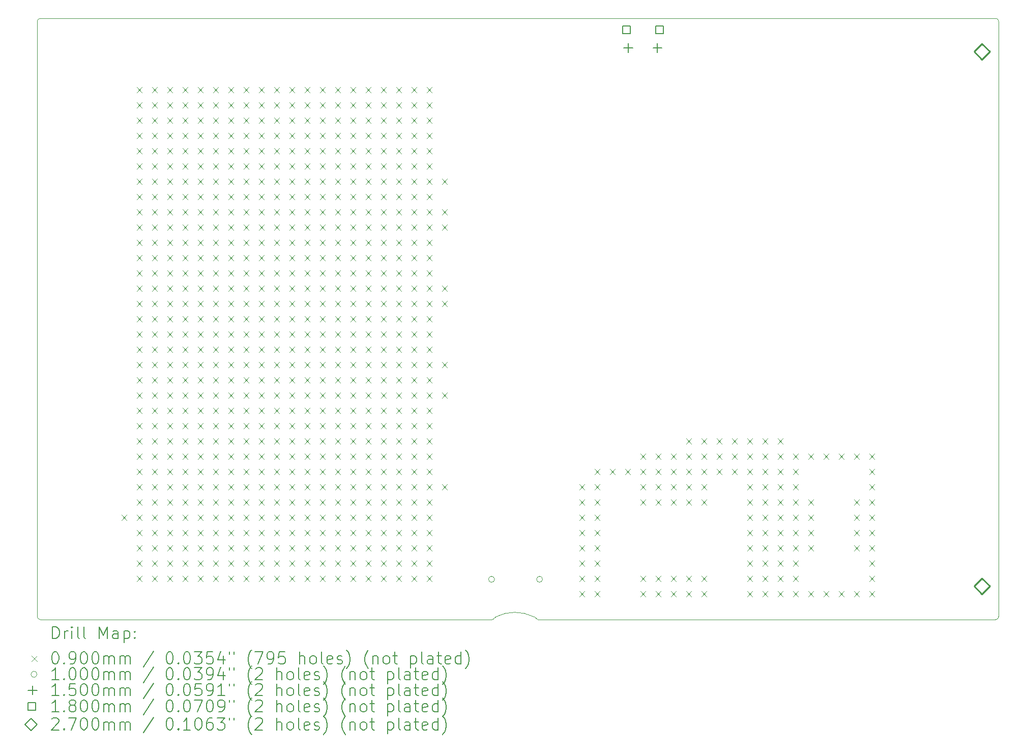
<source format=gbr>
%TF.GenerationSoftware,KiCad,Pcbnew,(6.0.7)*%
%TF.CreationDate,2022-11-12T16:25:57+00:00*%
%TF.ProjectId,pico-euro,7069636f-2d65-4757-926f-2e6b69636164,rev?*%
%TF.SameCoordinates,Original*%
%TF.FileFunction,Drillmap*%
%TF.FilePolarity,Positive*%
%FSLAX45Y45*%
G04 Gerber Fmt 4.5, Leading zero omitted, Abs format (unit mm)*
G04 Created by KiCad (PCBNEW (6.0.7)) date 2022-11-12 16:25:57*
%MOMM*%
%LPD*%
G01*
G04 APERTURE LIST*
%ADD10C,0.100000*%
%ADD11C,0.200000*%
%ADD12C,0.090000*%
%ADD13C,0.150000*%
%ADD14C,0.180000*%
%ADD15C,0.270000*%
G04 APERTURE END LIST*
D10*
X2874000Y-13586000D02*
G75*
G03*
X2924000Y-13636000I50000J0D01*
G01*
X18874000Y-3686000D02*
G75*
G03*
X18824000Y-3636000I-50000J0D01*
G01*
X2924000Y-13636000D02*
X10441000Y-13636000D01*
X11203000Y-13636000D02*
X11139500Y-13589000D01*
X18874000Y-3686000D02*
X18874000Y-13586000D01*
X10441000Y-13636000D02*
X10504500Y-13589000D01*
X2924000Y-3636000D02*
X18824000Y-3636000D01*
X11139500Y-13589000D02*
G75*
G03*
X10504500Y-13589000I-317500J-635000D01*
G01*
X2924000Y-3636000D02*
G75*
G03*
X2874000Y-3686000I0J-50000D01*
G01*
X2874000Y-13586000D02*
X2874000Y-3686000D01*
X18824000Y-13636000D02*
X11203000Y-13636000D01*
X18824000Y-13636000D02*
G75*
G03*
X18874000Y-13586000I0J50000D01*
G01*
D11*
D12*
X4273000Y-11893000D02*
X4363000Y-11983000D01*
X4363000Y-11893000D02*
X4273000Y-11983000D01*
X4527000Y-4781000D02*
X4617000Y-4871000D01*
X4617000Y-4781000D02*
X4527000Y-4871000D01*
X4527000Y-5035000D02*
X4617000Y-5125000D01*
X4617000Y-5035000D02*
X4527000Y-5125000D01*
X4527000Y-5289000D02*
X4617000Y-5379000D01*
X4617000Y-5289000D02*
X4527000Y-5379000D01*
X4527000Y-5543000D02*
X4617000Y-5633000D01*
X4617000Y-5543000D02*
X4527000Y-5633000D01*
X4527000Y-5797000D02*
X4617000Y-5887000D01*
X4617000Y-5797000D02*
X4527000Y-5887000D01*
X4527000Y-6051000D02*
X4617000Y-6141000D01*
X4617000Y-6051000D02*
X4527000Y-6141000D01*
X4527000Y-6305000D02*
X4617000Y-6395000D01*
X4617000Y-6305000D02*
X4527000Y-6395000D01*
X4527000Y-6559000D02*
X4617000Y-6649000D01*
X4617000Y-6559000D02*
X4527000Y-6649000D01*
X4527000Y-6813000D02*
X4617000Y-6903000D01*
X4617000Y-6813000D02*
X4527000Y-6903000D01*
X4527000Y-7067000D02*
X4617000Y-7157000D01*
X4617000Y-7067000D02*
X4527000Y-7157000D01*
X4527000Y-7321000D02*
X4617000Y-7411000D01*
X4617000Y-7321000D02*
X4527000Y-7411000D01*
X4527000Y-7575000D02*
X4617000Y-7665000D01*
X4617000Y-7575000D02*
X4527000Y-7665000D01*
X4527000Y-7829000D02*
X4617000Y-7919000D01*
X4617000Y-7829000D02*
X4527000Y-7919000D01*
X4527000Y-8083000D02*
X4617000Y-8173000D01*
X4617000Y-8083000D02*
X4527000Y-8173000D01*
X4527000Y-8337000D02*
X4617000Y-8427000D01*
X4617000Y-8337000D02*
X4527000Y-8427000D01*
X4527000Y-8591000D02*
X4617000Y-8681000D01*
X4617000Y-8591000D02*
X4527000Y-8681000D01*
X4527000Y-8845000D02*
X4617000Y-8935000D01*
X4617000Y-8845000D02*
X4527000Y-8935000D01*
X4527000Y-9099000D02*
X4617000Y-9189000D01*
X4617000Y-9099000D02*
X4527000Y-9189000D01*
X4527000Y-9353000D02*
X4617000Y-9443000D01*
X4617000Y-9353000D02*
X4527000Y-9443000D01*
X4527000Y-9607000D02*
X4617000Y-9697000D01*
X4617000Y-9607000D02*
X4527000Y-9697000D01*
X4527000Y-9861000D02*
X4617000Y-9951000D01*
X4617000Y-9861000D02*
X4527000Y-9951000D01*
X4527000Y-10115000D02*
X4617000Y-10205000D01*
X4617000Y-10115000D02*
X4527000Y-10205000D01*
X4527000Y-10369000D02*
X4617000Y-10459000D01*
X4617000Y-10369000D02*
X4527000Y-10459000D01*
X4527000Y-10623000D02*
X4617000Y-10713000D01*
X4617000Y-10623000D02*
X4527000Y-10713000D01*
X4527000Y-10877000D02*
X4617000Y-10967000D01*
X4617000Y-10877000D02*
X4527000Y-10967000D01*
X4527000Y-11131000D02*
X4617000Y-11221000D01*
X4617000Y-11131000D02*
X4527000Y-11221000D01*
X4527000Y-11385000D02*
X4617000Y-11475000D01*
X4617000Y-11385000D02*
X4527000Y-11475000D01*
X4527000Y-11639000D02*
X4617000Y-11729000D01*
X4617000Y-11639000D02*
X4527000Y-11729000D01*
X4527000Y-11893000D02*
X4617000Y-11983000D01*
X4617000Y-11893000D02*
X4527000Y-11983000D01*
X4527000Y-12147000D02*
X4617000Y-12237000D01*
X4617000Y-12147000D02*
X4527000Y-12237000D01*
X4527000Y-12401000D02*
X4617000Y-12491000D01*
X4617000Y-12401000D02*
X4527000Y-12491000D01*
X4527000Y-12655000D02*
X4617000Y-12745000D01*
X4617000Y-12655000D02*
X4527000Y-12745000D01*
X4527000Y-12909000D02*
X4617000Y-12999000D01*
X4617000Y-12909000D02*
X4527000Y-12999000D01*
X4781000Y-4781000D02*
X4871000Y-4871000D01*
X4871000Y-4781000D02*
X4781000Y-4871000D01*
X4781000Y-5035000D02*
X4871000Y-5125000D01*
X4871000Y-5035000D02*
X4781000Y-5125000D01*
X4781000Y-5289000D02*
X4871000Y-5379000D01*
X4871000Y-5289000D02*
X4781000Y-5379000D01*
X4781000Y-5543000D02*
X4871000Y-5633000D01*
X4871000Y-5543000D02*
X4781000Y-5633000D01*
X4781000Y-5797000D02*
X4871000Y-5887000D01*
X4871000Y-5797000D02*
X4781000Y-5887000D01*
X4781000Y-6051000D02*
X4871000Y-6141000D01*
X4871000Y-6051000D02*
X4781000Y-6141000D01*
X4781000Y-6305000D02*
X4871000Y-6395000D01*
X4871000Y-6305000D02*
X4781000Y-6395000D01*
X4781000Y-6559000D02*
X4871000Y-6649000D01*
X4871000Y-6559000D02*
X4781000Y-6649000D01*
X4781000Y-6813000D02*
X4871000Y-6903000D01*
X4871000Y-6813000D02*
X4781000Y-6903000D01*
X4781000Y-7067000D02*
X4871000Y-7157000D01*
X4871000Y-7067000D02*
X4781000Y-7157000D01*
X4781000Y-7321000D02*
X4871000Y-7411000D01*
X4871000Y-7321000D02*
X4781000Y-7411000D01*
X4781000Y-7575000D02*
X4871000Y-7665000D01*
X4871000Y-7575000D02*
X4781000Y-7665000D01*
X4781000Y-7829000D02*
X4871000Y-7919000D01*
X4871000Y-7829000D02*
X4781000Y-7919000D01*
X4781000Y-8083000D02*
X4871000Y-8173000D01*
X4871000Y-8083000D02*
X4781000Y-8173000D01*
X4781000Y-8337000D02*
X4871000Y-8427000D01*
X4871000Y-8337000D02*
X4781000Y-8427000D01*
X4781000Y-8591000D02*
X4871000Y-8681000D01*
X4871000Y-8591000D02*
X4781000Y-8681000D01*
X4781000Y-8845000D02*
X4871000Y-8935000D01*
X4871000Y-8845000D02*
X4781000Y-8935000D01*
X4781000Y-9099000D02*
X4871000Y-9189000D01*
X4871000Y-9099000D02*
X4781000Y-9189000D01*
X4781000Y-9353000D02*
X4871000Y-9443000D01*
X4871000Y-9353000D02*
X4781000Y-9443000D01*
X4781000Y-9607000D02*
X4871000Y-9697000D01*
X4871000Y-9607000D02*
X4781000Y-9697000D01*
X4781000Y-9861000D02*
X4871000Y-9951000D01*
X4871000Y-9861000D02*
X4781000Y-9951000D01*
X4781000Y-10115000D02*
X4871000Y-10205000D01*
X4871000Y-10115000D02*
X4781000Y-10205000D01*
X4781000Y-10369000D02*
X4871000Y-10459000D01*
X4871000Y-10369000D02*
X4781000Y-10459000D01*
X4781000Y-10623000D02*
X4871000Y-10713000D01*
X4871000Y-10623000D02*
X4781000Y-10713000D01*
X4781000Y-10877000D02*
X4871000Y-10967000D01*
X4871000Y-10877000D02*
X4781000Y-10967000D01*
X4781000Y-11131000D02*
X4871000Y-11221000D01*
X4871000Y-11131000D02*
X4781000Y-11221000D01*
X4781000Y-11385000D02*
X4871000Y-11475000D01*
X4871000Y-11385000D02*
X4781000Y-11475000D01*
X4781000Y-11639000D02*
X4871000Y-11729000D01*
X4871000Y-11639000D02*
X4781000Y-11729000D01*
X4781000Y-11893000D02*
X4871000Y-11983000D01*
X4871000Y-11893000D02*
X4781000Y-11983000D01*
X4781000Y-12147000D02*
X4871000Y-12237000D01*
X4871000Y-12147000D02*
X4781000Y-12237000D01*
X4781000Y-12401000D02*
X4871000Y-12491000D01*
X4871000Y-12401000D02*
X4781000Y-12491000D01*
X4781000Y-12655000D02*
X4871000Y-12745000D01*
X4871000Y-12655000D02*
X4781000Y-12745000D01*
X4781000Y-12909000D02*
X4871000Y-12999000D01*
X4871000Y-12909000D02*
X4781000Y-12999000D01*
X5035000Y-4781000D02*
X5125000Y-4871000D01*
X5125000Y-4781000D02*
X5035000Y-4871000D01*
X5035000Y-5035000D02*
X5125000Y-5125000D01*
X5125000Y-5035000D02*
X5035000Y-5125000D01*
X5035000Y-5289000D02*
X5125000Y-5379000D01*
X5125000Y-5289000D02*
X5035000Y-5379000D01*
X5035000Y-5543000D02*
X5125000Y-5633000D01*
X5125000Y-5543000D02*
X5035000Y-5633000D01*
X5035000Y-5797000D02*
X5125000Y-5887000D01*
X5125000Y-5797000D02*
X5035000Y-5887000D01*
X5035000Y-6051000D02*
X5125000Y-6141000D01*
X5125000Y-6051000D02*
X5035000Y-6141000D01*
X5035000Y-6305000D02*
X5125000Y-6395000D01*
X5125000Y-6305000D02*
X5035000Y-6395000D01*
X5035000Y-6559000D02*
X5125000Y-6649000D01*
X5125000Y-6559000D02*
X5035000Y-6649000D01*
X5035000Y-6813000D02*
X5125000Y-6903000D01*
X5125000Y-6813000D02*
X5035000Y-6903000D01*
X5035000Y-7067000D02*
X5125000Y-7157000D01*
X5125000Y-7067000D02*
X5035000Y-7157000D01*
X5035000Y-7321000D02*
X5125000Y-7411000D01*
X5125000Y-7321000D02*
X5035000Y-7411000D01*
X5035000Y-7575000D02*
X5125000Y-7665000D01*
X5125000Y-7575000D02*
X5035000Y-7665000D01*
X5035000Y-7829000D02*
X5125000Y-7919000D01*
X5125000Y-7829000D02*
X5035000Y-7919000D01*
X5035000Y-8083000D02*
X5125000Y-8173000D01*
X5125000Y-8083000D02*
X5035000Y-8173000D01*
X5035000Y-8337000D02*
X5125000Y-8427000D01*
X5125000Y-8337000D02*
X5035000Y-8427000D01*
X5035000Y-8591000D02*
X5125000Y-8681000D01*
X5125000Y-8591000D02*
X5035000Y-8681000D01*
X5035000Y-8845000D02*
X5125000Y-8935000D01*
X5125000Y-8845000D02*
X5035000Y-8935000D01*
X5035000Y-9099000D02*
X5125000Y-9189000D01*
X5125000Y-9099000D02*
X5035000Y-9189000D01*
X5035000Y-9353000D02*
X5125000Y-9443000D01*
X5125000Y-9353000D02*
X5035000Y-9443000D01*
X5035000Y-9607000D02*
X5125000Y-9697000D01*
X5125000Y-9607000D02*
X5035000Y-9697000D01*
X5035000Y-9861000D02*
X5125000Y-9951000D01*
X5125000Y-9861000D02*
X5035000Y-9951000D01*
X5035000Y-10115000D02*
X5125000Y-10205000D01*
X5125000Y-10115000D02*
X5035000Y-10205000D01*
X5035000Y-10369000D02*
X5125000Y-10459000D01*
X5125000Y-10369000D02*
X5035000Y-10459000D01*
X5035000Y-10623000D02*
X5125000Y-10713000D01*
X5125000Y-10623000D02*
X5035000Y-10713000D01*
X5035000Y-10877000D02*
X5125000Y-10967000D01*
X5125000Y-10877000D02*
X5035000Y-10967000D01*
X5035000Y-11131000D02*
X5125000Y-11221000D01*
X5125000Y-11131000D02*
X5035000Y-11221000D01*
X5035000Y-11385000D02*
X5125000Y-11475000D01*
X5125000Y-11385000D02*
X5035000Y-11475000D01*
X5035000Y-11639000D02*
X5125000Y-11729000D01*
X5125000Y-11639000D02*
X5035000Y-11729000D01*
X5035000Y-11893000D02*
X5125000Y-11983000D01*
X5125000Y-11893000D02*
X5035000Y-11983000D01*
X5035000Y-12147000D02*
X5125000Y-12237000D01*
X5125000Y-12147000D02*
X5035000Y-12237000D01*
X5035000Y-12401000D02*
X5125000Y-12491000D01*
X5125000Y-12401000D02*
X5035000Y-12491000D01*
X5035000Y-12655000D02*
X5125000Y-12745000D01*
X5125000Y-12655000D02*
X5035000Y-12745000D01*
X5035000Y-12909000D02*
X5125000Y-12999000D01*
X5125000Y-12909000D02*
X5035000Y-12999000D01*
X5289000Y-4781000D02*
X5379000Y-4871000D01*
X5379000Y-4781000D02*
X5289000Y-4871000D01*
X5289000Y-5035000D02*
X5379000Y-5125000D01*
X5379000Y-5035000D02*
X5289000Y-5125000D01*
X5289000Y-5289000D02*
X5379000Y-5379000D01*
X5379000Y-5289000D02*
X5289000Y-5379000D01*
X5289000Y-5543000D02*
X5379000Y-5633000D01*
X5379000Y-5543000D02*
X5289000Y-5633000D01*
X5289000Y-5797000D02*
X5379000Y-5887000D01*
X5379000Y-5797000D02*
X5289000Y-5887000D01*
X5289000Y-6051000D02*
X5379000Y-6141000D01*
X5379000Y-6051000D02*
X5289000Y-6141000D01*
X5289000Y-6305000D02*
X5379000Y-6395000D01*
X5379000Y-6305000D02*
X5289000Y-6395000D01*
X5289000Y-6559000D02*
X5379000Y-6649000D01*
X5379000Y-6559000D02*
X5289000Y-6649000D01*
X5289000Y-6813000D02*
X5379000Y-6903000D01*
X5379000Y-6813000D02*
X5289000Y-6903000D01*
X5289000Y-7067000D02*
X5379000Y-7157000D01*
X5379000Y-7067000D02*
X5289000Y-7157000D01*
X5289000Y-7321000D02*
X5379000Y-7411000D01*
X5379000Y-7321000D02*
X5289000Y-7411000D01*
X5289000Y-7575000D02*
X5379000Y-7665000D01*
X5379000Y-7575000D02*
X5289000Y-7665000D01*
X5289000Y-7829000D02*
X5379000Y-7919000D01*
X5379000Y-7829000D02*
X5289000Y-7919000D01*
X5289000Y-8083000D02*
X5379000Y-8173000D01*
X5379000Y-8083000D02*
X5289000Y-8173000D01*
X5289000Y-8337000D02*
X5379000Y-8427000D01*
X5379000Y-8337000D02*
X5289000Y-8427000D01*
X5289000Y-8591000D02*
X5379000Y-8681000D01*
X5379000Y-8591000D02*
X5289000Y-8681000D01*
X5289000Y-8845000D02*
X5379000Y-8935000D01*
X5379000Y-8845000D02*
X5289000Y-8935000D01*
X5289000Y-9099000D02*
X5379000Y-9189000D01*
X5379000Y-9099000D02*
X5289000Y-9189000D01*
X5289000Y-9353000D02*
X5379000Y-9443000D01*
X5379000Y-9353000D02*
X5289000Y-9443000D01*
X5289000Y-9607000D02*
X5379000Y-9697000D01*
X5379000Y-9607000D02*
X5289000Y-9697000D01*
X5289000Y-9861000D02*
X5379000Y-9951000D01*
X5379000Y-9861000D02*
X5289000Y-9951000D01*
X5289000Y-10115000D02*
X5379000Y-10205000D01*
X5379000Y-10115000D02*
X5289000Y-10205000D01*
X5289000Y-10369000D02*
X5379000Y-10459000D01*
X5379000Y-10369000D02*
X5289000Y-10459000D01*
X5289000Y-10623000D02*
X5379000Y-10713000D01*
X5379000Y-10623000D02*
X5289000Y-10713000D01*
X5289000Y-10877000D02*
X5379000Y-10967000D01*
X5379000Y-10877000D02*
X5289000Y-10967000D01*
X5289000Y-11131000D02*
X5379000Y-11221000D01*
X5379000Y-11131000D02*
X5289000Y-11221000D01*
X5289000Y-11385000D02*
X5379000Y-11475000D01*
X5379000Y-11385000D02*
X5289000Y-11475000D01*
X5289000Y-11639000D02*
X5379000Y-11729000D01*
X5379000Y-11639000D02*
X5289000Y-11729000D01*
X5289000Y-11893000D02*
X5379000Y-11983000D01*
X5379000Y-11893000D02*
X5289000Y-11983000D01*
X5289000Y-12147000D02*
X5379000Y-12237000D01*
X5379000Y-12147000D02*
X5289000Y-12237000D01*
X5289000Y-12401000D02*
X5379000Y-12491000D01*
X5379000Y-12401000D02*
X5289000Y-12491000D01*
X5289000Y-12655000D02*
X5379000Y-12745000D01*
X5379000Y-12655000D02*
X5289000Y-12745000D01*
X5289000Y-12909000D02*
X5379000Y-12999000D01*
X5379000Y-12909000D02*
X5289000Y-12999000D01*
X5543000Y-4781000D02*
X5633000Y-4871000D01*
X5633000Y-4781000D02*
X5543000Y-4871000D01*
X5543000Y-5035000D02*
X5633000Y-5125000D01*
X5633000Y-5035000D02*
X5543000Y-5125000D01*
X5543000Y-5289000D02*
X5633000Y-5379000D01*
X5633000Y-5289000D02*
X5543000Y-5379000D01*
X5543000Y-5543000D02*
X5633000Y-5633000D01*
X5633000Y-5543000D02*
X5543000Y-5633000D01*
X5543000Y-5797000D02*
X5633000Y-5887000D01*
X5633000Y-5797000D02*
X5543000Y-5887000D01*
X5543000Y-6051000D02*
X5633000Y-6141000D01*
X5633000Y-6051000D02*
X5543000Y-6141000D01*
X5543000Y-6305000D02*
X5633000Y-6395000D01*
X5633000Y-6305000D02*
X5543000Y-6395000D01*
X5543000Y-6559000D02*
X5633000Y-6649000D01*
X5633000Y-6559000D02*
X5543000Y-6649000D01*
X5543000Y-6813000D02*
X5633000Y-6903000D01*
X5633000Y-6813000D02*
X5543000Y-6903000D01*
X5543000Y-7067000D02*
X5633000Y-7157000D01*
X5633000Y-7067000D02*
X5543000Y-7157000D01*
X5543000Y-7321000D02*
X5633000Y-7411000D01*
X5633000Y-7321000D02*
X5543000Y-7411000D01*
X5543000Y-7575000D02*
X5633000Y-7665000D01*
X5633000Y-7575000D02*
X5543000Y-7665000D01*
X5543000Y-7829000D02*
X5633000Y-7919000D01*
X5633000Y-7829000D02*
X5543000Y-7919000D01*
X5543000Y-8083000D02*
X5633000Y-8173000D01*
X5633000Y-8083000D02*
X5543000Y-8173000D01*
X5543000Y-8337000D02*
X5633000Y-8427000D01*
X5633000Y-8337000D02*
X5543000Y-8427000D01*
X5543000Y-8591000D02*
X5633000Y-8681000D01*
X5633000Y-8591000D02*
X5543000Y-8681000D01*
X5543000Y-8845000D02*
X5633000Y-8935000D01*
X5633000Y-8845000D02*
X5543000Y-8935000D01*
X5543000Y-9099000D02*
X5633000Y-9189000D01*
X5633000Y-9099000D02*
X5543000Y-9189000D01*
X5543000Y-9353000D02*
X5633000Y-9443000D01*
X5633000Y-9353000D02*
X5543000Y-9443000D01*
X5543000Y-9607000D02*
X5633000Y-9697000D01*
X5633000Y-9607000D02*
X5543000Y-9697000D01*
X5543000Y-9861000D02*
X5633000Y-9951000D01*
X5633000Y-9861000D02*
X5543000Y-9951000D01*
X5543000Y-10115000D02*
X5633000Y-10205000D01*
X5633000Y-10115000D02*
X5543000Y-10205000D01*
X5543000Y-10369000D02*
X5633000Y-10459000D01*
X5633000Y-10369000D02*
X5543000Y-10459000D01*
X5543000Y-10623000D02*
X5633000Y-10713000D01*
X5633000Y-10623000D02*
X5543000Y-10713000D01*
X5543000Y-10877000D02*
X5633000Y-10967000D01*
X5633000Y-10877000D02*
X5543000Y-10967000D01*
X5543000Y-11131000D02*
X5633000Y-11221000D01*
X5633000Y-11131000D02*
X5543000Y-11221000D01*
X5543000Y-11385000D02*
X5633000Y-11475000D01*
X5633000Y-11385000D02*
X5543000Y-11475000D01*
X5543000Y-11639000D02*
X5633000Y-11729000D01*
X5633000Y-11639000D02*
X5543000Y-11729000D01*
X5543000Y-11893000D02*
X5633000Y-11983000D01*
X5633000Y-11893000D02*
X5543000Y-11983000D01*
X5543000Y-12147000D02*
X5633000Y-12237000D01*
X5633000Y-12147000D02*
X5543000Y-12237000D01*
X5543000Y-12401000D02*
X5633000Y-12491000D01*
X5633000Y-12401000D02*
X5543000Y-12491000D01*
X5543000Y-12655000D02*
X5633000Y-12745000D01*
X5633000Y-12655000D02*
X5543000Y-12745000D01*
X5543000Y-12909000D02*
X5633000Y-12999000D01*
X5633000Y-12909000D02*
X5543000Y-12999000D01*
X5797000Y-4781000D02*
X5887000Y-4871000D01*
X5887000Y-4781000D02*
X5797000Y-4871000D01*
X5797000Y-5035000D02*
X5887000Y-5125000D01*
X5887000Y-5035000D02*
X5797000Y-5125000D01*
X5797000Y-5289000D02*
X5887000Y-5379000D01*
X5887000Y-5289000D02*
X5797000Y-5379000D01*
X5797000Y-5543000D02*
X5887000Y-5633000D01*
X5887000Y-5543000D02*
X5797000Y-5633000D01*
X5797000Y-5797000D02*
X5887000Y-5887000D01*
X5887000Y-5797000D02*
X5797000Y-5887000D01*
X5797000Y-6051000D02*
X5887000Y-6141000D01*
X5887000Y-6051000D02*
X5797000Y-6141000D01*
X5797000Y-6305000D02*
X5887000Y-6395000D01*
X5887000Y-6305000D02*
X5797000Y-6395000D01*
X5797000Y-6559000D02*
X5887000Y-6649000D01*
X5887000Y-6559000D02*
X5797000Y-6649000D01*
X5797000Y-6813000D02*
X5887000Y-6903000D01*
X5887000Y-6813000D02*
X5797000Y-6903000D01*
X5797000Y-7067000D02*
X5887000Y-7157000D01*
X5887000Y-7067000D02*
X5797000Y-7157000D01*
X5797000Y-7321000D02*
X5887000Y-7411000D01*
X5887000Y-7321000D02*
X5797000Y-7411000D01*
X5797000Y-7575000D02*
X5887000Y-7665000D01*
X5887000Y-7575000D02*
X5797000Y-7665000D01*
X5797000Y-7829000D02*
X5887000Y-7919000D01*
X5887000Y-7829000D02*
X5797000Y-7919000D01*
X5797000Y-8083000D02*
X5887000Y-8173000D01*
X5887000Y-8083000D02*
X5797000Y-8173000D01*
X5797000Y-8337000D02*
X5887000Y-8427000D01*
X5887000Y-8337000D02*
X5797000Y-8427000D01*
X5797000Y-8591000D02*
X5887000Y-8681000D01*
X5887000Y-8591000D02*
X5797000Y-8681000D01*
X5797000Y-8845000D02*
X5887000Y-8935000D01*
X5887000Y-8845000D02*
X5797000Y-8935000D01*
X5797000Y-9099000D02*
X5887000Y-9189000D01*
X5887000Y-9099000D02*
X5797000Y-9189000D01*
X5797000Y-9353000D02*
X5887000Y-9443000D01*
X5887000Y-9353000D02*
X5797000Y-9443000D01*
X5797000Y-9607000D02*
X5887000Y-9697000D01*
X5887000Y-9607000D02*
X5797000Y-9697000D01*
X5797000Y-9861000D02*
X5887000Y-9951000D01*
X5887000Y-9861000D02*
X5797000Y-9951000D01*
X5797000Y-10115000D02*
X5887000Y-10205000D01*
X5887000Y-10115000D02*
X5797000Y-10205000D01*
X5797000Y-10369000D02*
X5887000Y-10459000D01*
X5887000Y-10369000D02*
X5797000Y-10459000D01*
X5797000Y-10623000D02*
X5887000Y-10713000D01*
X5887000Y-10623000D02*
X5797000Y-10713000D01*
X5797000Y-10877000D02*
X5887000Y-10967000D01*
X5887000Y-10877000D02*
X5797000Y-10967000D01*
X5797000Y-11131000D02*
X5887000Y-11221000D01*
X5887000Y-11131000D02*
X5797000Y-11221000D01*
X5797000Y-11385000D02*
X5887000Y-11475000D01*
X5887000Y-11385000D02*
X5797000Y-11475000D01*
X5797000Y-11639000D02*
X5887000Y-11729000D01*
X5887000Y-11639000D02*
X5797000Y-11729000D01*
X5797000Y-11893000D02*
X5887000Y-11983000D01*
X5887000Y-11893000D02*
X5797000Y-11983000D01*
X5797000Y-12147000D02*
X5887000Y-12237000D01*
X5887000Y-12147000D02*
X5797000Y-12237000D01*
X5797000Y-12401000D02*
X5887000Y-12491000D01*
X5887000Y-12401000D02*
X5797000Y-12491000D01*
X5797000Y-12655000D02*
X5887000Y-12745000D01*
X5887000Y-12655000D02*
X5797000Y-12745000D01*
X5797000Y-12909000D02*
X5887000Y-12999000D01*
X5887000Y-12909000D02*
X5797000Y-12999000D01*
X6051000Y-4781000D02*
X6141000Y-4871000D01*
X6141000Y-4781000D02*
X6051000Y-4871000D01*
X6051000Y-5035000D02*
X6141000Y-5125000D01*
X6141000Y-5035000D02*
X6051000Y-5125000D01*
X6051000Y-5289000D02*
X6141000Y-5379000D01*
X6141000Y-5289000D02*
X6051000Y-5379000D01*
X6051000Y-5543000D02*
X6141000Y-5633000D01*
X6141000Y-5543000D02*
X6051000Y-5633000D01*
X6051000Y-5797000D02*
X6141000Y-5887000D01*
X6141000Y-5797000D02*
X6051000Y-5887000D01*
X6051000Y-6051000D02*
X6141000Y-6141000D01*
X6141000Y-6051000D02*
X6051000Y-6141000D01*
X6051000Y-6305000D02*
X6141000Y-6395000D01*
X6141000Y-6305000D02*
X6051000Y-6395000D01*
X6051000Y-6559000D02*
X6141000Y-6649000D01*
X6141000Y-6559000D02*
X6051000Y-6649000D01*
X6051000Y-6813000D02*
X6141000Y-6903000D01*
X6141000Y-6813000D02*
X6051000Y-6903000D01*
X6051000Y-7067000D02*
X6141000Y-7157000D01*
X6141000Y-7067000D02*
X6051000Y-7157000D01*
X6051000Y-7321000D02*
X6141000Y-7411000D01*
X6141000Y-7321000D02*
X6051000Y-7411000D01*
X6051000Y-7575000D02*
X6141000Y-7665000D01*
X6141000Y-7575000D02*
X6051000Y-7665000D01*
X6051000Y-7829000D02*
X6141000Y-7919000D01*
X6141000Y-7829000D02*
X6051000Y-7919000D01*
X6051000Y-8083000D02*
X6141000Y-8173000D01*
X6141000Y-8083000D02*
X6051000Y-8173000D01*
X6051000Y-8337000D02*
X6141000Y-8427000D01*
X6141000Y-8337000D02*
X6051000Y-8427000D01*
X6051000Y-8591000D02*
X6141000Y-8681000D01*
X6141000Y-8591000D02*
X6051000Y-8681000D01*
X6051000Y-8845000D02*
X6141000Y-8935000D01*
X6141000Y-8845000D02*
X6051000Y-8935000D01*
X6051000Y-9099000D02*
X6141000Y-9189000D01*
X6141000Y-9099000D02*
X6051000Y-9189000D01*
X6051000Y-9353000D02*
X6141000Y-9443000D01*
X6141000Y-9353000D02*
X6051000Y-9443000D01*
X6051000Y-9607000D02*
X6141000Y-9697000D01*
X6141000Y-9607000D02*
X6051000Y-9697000D01*
X6051000Y-9861000D02*
X6141000Y-9951000D01*
X6141000Y-9861000D02*
X6051000Y-9951000D01*
X6051000Y-10115000D02*
X6141000Y-10205000D01*
X6141000Y-10115000D02*
X6051000Y-10205000D01*
X6051000Y-10369000D02*
X6141000Y-10459000D01*
X6141000Y-10369000D02*
X6051000Y-10459000D01*
X6051000Y-10623000D02*
X6141000Y-10713000D01*
X6141000Y-10623000D02*
X6051000Y-10713000D01*
X6051000Y-10877000D02*
X6141000Y-10967000D01*
X6141000Y-10877000D02*
X6051000Y-10967000D01*
X6051000Y-11131000D02*
X6141000Y-11221000D01*
X6141000Y-11131000D02*
X6051000Y-11221000D01*
X6051000Y-11385000D02*
X6141000Y-11475000D01*
X6141000Y-11385000D02*
X6051000Y-11475000D01*
X6051000Y-11639000D02*
X6141000Y-11729000D01*
X6141000Y-11639000D02*
X6051000Y-11729000D01*
X6051000Y-11893000D02*
X6141000Y-11983000D01*
X6141000Y-11893000D02*
X6051000Y-11983000D01*
X6051000Y-12147000D02*
X6141000Y-12237000D01*
X6141000Y-12147000D02*
X6051000Y-12237000D01*
X6051000Y-12401000D02*
X6141000Y-12491000D01*
X6141000Y-12401000D02*
X6051000Y-12491000D01*
X6051000Y-12655000D02*
X6141000Y-12745000D01*
X6141000Y-12655000D02*
X6051000Y-12745000D01*
X6051000Y-12909000D02*
X6141000Y-12999000D01*
X6141000Y-12909000D02*
X6051000Y-12999000D01*
X6305000Y-4781000D02*
X6395000Y-4871000D01*
X6395000Y-4781000D02*
X6305000Y-4871000D01*
X6305000Y-5035000D02*
X6395000Y-5125000D01*
X6395000Y-5035000D02*
X6305000Y-5125000D01*
X6305000Y-5289000D02*
X6395000Y-5379000D01*
X6395000Y-5289000D02*
X6305000Y-5379000D01*
X6305000Y-5543000D02*
X6395000Y-5633000D01*
X6395000Y-5543000D02*
X6305000Y-5633000D01*
X6305000Y-5797000D02*
X6395000Y-5887000D01*
X6395000Y-5797000D02*
X6305000Y-5887000D01*
X6305000Y-6051000D02*
X6395000Y-6141000D01*
X6395000Y-6051000D02*
X6305000Y-6141000D01*
X6305000Y-6305000D02*
X6395000Y-6395000D01*
X6395000Y-6305000D02*
X6305000Y-6395000D01*
X6305000Y-6559000D02*
X6395000Y-6649000D01*
X6395000Y-6559000D02*
X6305000Y-6649000D01*
X6305000Y-6813000D02*
X6395000Y-6903000D01*
X6395000Y-6813000D02*
X6305000Y-6903000D01*
X6305000Y-7067000D02*
X6395000Y-7157000D01*
X6395000Y-7067000D02*
X6305000Y-7157000D01*
X6305000Y-7321000D02*
X6395000Y-7411000D01*
X6395000Y-7321000D02*
X6305000Y-7411000D01*
X6305000Y-7575000D02*
X6395000Y-7665000D01*
X6395000Y-7575000D02*
X6305000Y-7665000D01*
X6305000Y-7829000D02*
X6395000Y-7919000D01*
X6395000Y-7829000D02*
X6305000Y-7919000D01*
X6305000Y-8083000D02*
X6395000Y-8173000D01*
X6395000Y-8083000D02*
X6305000Y-8173000D01*
X6305000Y-8337000D02*
X6395000Y-8427000D01*
X6395000Y-8337000D02*
X6305000Y-8427000D01*
X6305000Y-8591000D02*
X6395000Y-8681000D01*
X6395000Y-8591000D02*
X6305000Y-8681000D01*
X6305000Y-8845000D02*
X6395000Y-8935000D01*
X6395000Y-8845000D02*
X6305000Y-8935000D01*
X6305000Y-9099000D02*
X6395000Y-9189000D01*
X6395000Y-9099000D02*
X6305000Y-9189000D01*
X6305000Y-9353000D02*
X6395000Y-9443000D01*
X6395000Y-9353000D02*
X6305000Y-9443000D01*
X6305000Y-9607000D02*
X6395000Y-9697000D01*
X6395000Y-9607000D02*
X6305000Y-9697000D01*
X6305000Y-9861000D02*
X6395000Y-9951000D01*
X6395000Y-9861000D02*
X6305000Y-9951000D01*
X6305000Y-10115000D02*
X6395000Y-10205000D01*
X6395000Y-10115000D02*
X6305000Y-10205000D01*
X6305000Y-10369000D02*
X6395000Y-10459000D01*
X6395000Y-10369000D02*
X6305000Y-10459000D01*
X6305000Y-10623000D02*
X6395000Y-10713000D01*
X6395000Y-10623000D02*
X6305000Y-10713000D01*
X6305000Y-10877000D02*
X6395000Y-10967000D01*
X6395000Y-10877000D02*
X6305000Y-10967000D01*
X6305000Y-11131000D02*
X6395000Y-11221000D01*
X6395000Y-11131000D02*
X6305000Y-11221000D01*
X6305000Y-11385000D02*
X6395000Y-11475000D01*
X6395000Y-11385000D02*
X6305000Y-11475000D01*
X6305000Y-11639000D02*
X6395000Y-11729000D01*
X6395000Y-11639000D02*
X6305000Y-11729000D01*
X6305000Y-11893000D02*
X6395000Y-11983000D01*
X6395000Y-11893000D02*
X6305000Y-11983000D01*
X6305000Y-12147000D02*
X6395000Y-12237000D01*
X6395000Y-12147000D02*
X6305000Y-12237000D01*
X6305000Y-12401000D02*
X6395000Y-12491000D01*
X6395000Y-12401000D02*
X6305000Y-12491000D01*
X6305000Y-12655000D02*
X6395000Y-12745000D01*
X6395000Y-12655000D02*
X6305000Y-12745000D01*
X6305000Y-12909000D02*
X6395000Y-12999000D01*
X6395000Y-12909000D02*
X6305000Y-12999000D01*
X6559000Y-4781000D02*
X6649000Y-4871000D01*
X6649000Y-4781000D02*
X6559000Y-4871000D01*
X6559000Y-5035000D02*
X6649000Y-5125000D01*
X6649000Y-5035000D02*
X6559000Y-5125000D01*
X6559000Y-5289000D02*
X6649000Y-5379000D01*
X6649000Y-5289000D02*
X6559000Y-5379000D01*
X6559000Y-5543000D02*
X6649000Y-5633000D01*
X6649000Y-5543000D02*
X6559000Y-5633000D01*
X6559000Y-5797000D02*
X6649000Y-5887000D01*
X6649000Y-5797000D02*
X6559000Y-5887000D01*
X6559000Y-6051000D02*
X6649000Y-6141000D01*
X6649000Y-6051000D02*
X6559000Y-6141000D01*
X6559000Y-6305000D02*
X6649000Y-6395000D01*
X6649000Y-6305000D02*
X6559000Y-6395000D01*
X6559000Y-6559000D02*
X6649000Y-6649000D01*
X6649000Y-6559000D02*
X6559000Y-6649000D01*
X6559000Y-6813000D02*
X6649000Y-6903000D01*
X6649000Y-6813000D02*
X6559000Y-6903000D01*
X6559000Y-7067000D02*
X6649000Y-7157000D01*
X6649000Y-7067000D02*
X6559000Y-7157000D01*
X6559000Y-7321000D02*
X6649000Y-7411000D01*
X6649000Y-7321000D02*
X6559000Y-7411000D01*
X6559000Y-7575000D02*
X6649000Y-7665000D01*
X6649000Y-7575000D02*
X6559000Y-7665000D01*
X6559000Y-7829000D02*
X6649000Y-7919000D01*
X6649000Y-7829000D02*
X6559000Y-7919000D01*
X6559000Y-8083000D02*
X6649000Y-8173000D01*
X6649000Y-8083000D02*
X6559000Y-8173000D01*
X6559000Y-8337000D02*
X6649000Y-8427000D01*
X6649000Y-8337000D02*
X6559000Y-8427000D01*
X6559000Y-8591000D02*
X6649000Y-8681000D01*
X6649000Y-8591000D02*
X6559000Y-8681000D01*
X6559000Y-8845000D02*
X6649000Y-8935000D01*
X6649000Y-8845000D02*
X6559000Y-8935000D01*
X6559000Y-9099000D02*
X6649000Y-9189000D01*
X6649000Y-9099000D02*
X6559000Y-9189000D01*
X6559000Y-9353000D02*
X6649000Y-9443000D01*
X6649000Y-9353000D02*
X6559000Y-9443000D01*
X6559000Y-9607000D02*
X6649000Y-9697000D01*
X6649000Y-9607000D02*
X6559000Y-9697000D01*
X6559000Y-9861000D02*
X6649000Y-9951000D01*
X6649000Y-9861000D02*
X6559000Y-9951000D01*
X6559000Y-10115000D02*
X6649000Y-10205000D01*
X6649000Y-10115000D02*
X6559000Y-10205000D01*
X6559000Y-10369000D02*
X6649000Y-10459000D01*
X6649000Y-10369000D02*
X6559000Y-10459000D01*
X6559000Y-10623000D02*
X6649000Y-10713000D01*
X6649000Y-10623000D02*
X6559000Y-10713000D01*
X6559000Y-10877000D02*
X6649000Y-10967000D01*
X6649000Y-10877000D02*
X6559000Y-10967000D01*
X6559000Y-11131000D02*
X6649000Y-11221000D01*
X6649000Y-11131000D02*
X6559000Y-11221000D01*
X6559000Y-11385000D02*
X6649000Y-11475000D01*
X6649000Y-11385000D02*
X6559000Y-11475000D01*
X6559000Y-11639000D02*
X6649000Y-11729000D01*
X6649000Y-11639000D02*
X6559000Y-11729000D01*
X6559000Y-11893000D02*
X6649000Y-11983000D01*
X6649000Y-11893000D02*
X6559000Y-11983000D01*
X6559000Y-12147000D02*
X6649000Y-12237000D01*
X6649000Y-12147000D02*
X6559000Y-12237000D01*
X6559000Y-12401000D02*
X6649000Y-12491000D01*
X6649000Y-12401000D02*
X6559000Y-12491000D01*
X6559000Y-12655000D02*
X6649000Y-12745000D01*
X6649000Y-12655000D02*
X6559000Y-12745000D01*
X6559000Y-12909000D02*
X6649000Y-12999000D01*
X6649000Y-12909000D02*
X6559000Y-12999000D01*
X6813000Y-4781000D02*
X6903000Y-4871000D01*
X6903000Y-4781000D02*
X6813000Y-4871000D01*
X6813000Y-5035000D02*
X6903000Y-5125000D01*
X6903000Y-5035000D02*
X6813000Y-5125000D01*
X6813000Y-5289000D02*
X6903000Y-5379000D01*
X6903000Y-5289000D02*
X6813000Y-5379000D01*
X6813000Y-5543000D02*
X6903000Y-5633000D01*
X6903000Y-5543000D02*
X6813000Y-5633000D01*
X6813000Y-5797000D02*
X6903000Y-5887000D01*
X6903000Y-5797000D02*
X6813000Y-5887000D01*
X6813000Y-6051000D02*
X6903000Y-6141000D01*
X6903000Y-6051000D02*
X6813000Y-6141000D01*
X6813000Y-6305000D02*
X6903000Y-6395000D01*
X6903000Y-6305000D02*
X6813000Y-6395000D01*
X6813000Y-6559000D02*
X6903000Y-6649000D01*
X6903000Y-6559000D02*
X6813000Y-6649000D01*
X6813000Y-6813000D02*
X6903000Y-6903000D01*
X6903000Y-6813000D02*
X6813000Y-6903000D01*
X6813000Y-7067000D02*
X6903000Y-7157000D01*
X6903000Y-7067000D02*
X6813000Y-7157000D01*
X6813000Y-7321000D02*
X6903000Y-7411000D01*
X6903000Y-7321000D02*
X6813000Y-7411000D01*
X6813000Y-7575000D02*
X6903000Y-7665000D01*
X6903000Y-7575000D02*
X6813000Y-7665000D01*
X6813000Y-7829000D02*
X6903000Y-7919000D01*
X6903000Y-7829000D02*
X6813000Y-7919000D01*
X6813000Y-8083000D02*
X6903000Y-8173000D01*
X6903000Y-8083000D02*
X6813000Y-8173000D01*
X6813000Y-8337000D02*
X6903000Y-8427000D01*
X6903000Y-8337000D02*
X6813000Y-8427000D01*
X6813000Y-8591000D02*
X6903000Y-8681000D01*
X6903000Y-8591000D02*
X6813000Y-8681000D01*
X6813000Y-8845000D02*
X6903000Y-8935000D01*
X6903000Y-8845000D02*
X6813000Y-8935000D01*
X6813000Y-9099000D02*
X6903000Y-9189000D01*
X6903000Y-9099000D02*
X6813000Y-9189000D01*
X6813000Y-9353000D02*
X6903000Y-9443000D01*
X6903000Y-9353000D02*
X6813000Y-9443000D01*
X6813000Y-9607000D02*
X6903000Y-9697000D01*
X6903000Y-9607000D02*
X6813000Y-9697000D01*
X6813000Y-9861000D02*
X6903000Y-9951000D01*
X6903000Y-9861000D02*
X6813000Y-9951000D01*
X6813000Y-10115000D02*
X6903000Y-10205000D01*
X6903000Y-10115000D02*
X6813000Y-10205000D01*
X6813000Y-10369000D02*
X6903000Y-10459000D01*
X6903000Y-10369000D02*
X6813000Y-10459000D01*
X6813000Y-10623000D02*
X6903000Y-10713000D01*
X6903000Y-10623000D02*
X6813000Y-10713000D01*
X6813000Y-10877000D02*
X6903000Y-10967000D01*
X6903000Y-10877000D02*
X6813000Y-10967000D01*
X6813000Y-11131000D02*
X6903000Y-11221000D01*
X6903000Y-11131000D02*
X6813000Y-11221000D01*
X6813000Y-11385000D02*
X6903000Y-11475000D01*
X6903000Y-11385000D02*
X6813000Y-11475000D01*
X6813000Y-11639000D02*
X6903000Y-11729000D01*
X6903000Y-11639000D02*
X6813000Y-11729000D01*
X6813000Y-11893000D02*
X6903000Y-11983000D01*
X6903000Y-11893000D02*
X6813000Y-11983000D01*
X6813000Y-12147000D02*
X6903000Y-12237000D01*
X6903000Y-12147000D02*
X6813000Y-12237000D01*
X6813000Y-12401000D02*
X6903000Y-12491000D01*
X6903000Y-12401000D02*
X6813000Y-12491000D01*
X6813000Y-12655000D02*
X6903000Y-12745000D01*
X6903000Y-12655000D02*
X6813000Y-12745000D01*
X6813000Y-12909000D02*
X6903000Y-12999000D01*
X6903000Y-12909000D02*
X6813000Y-12999000D01*
X7067000Y-4781000D02*
X7157000Y-4871000D01*
X7157000Y-4781000D02*
X7067000Y-4871000D01*
X7067000Y-5035000D02*
X7157000Y-5125000D01*
X7157000Y-5035000D02*
X7067000Y-5125000D01*
X7067000Y-5289000D02*
X7157000Y-5379000D01*
X7157000Y-5289000D02*
X7067000Y-5379000D01*
X7067000Y-5543000D02*
X7157000Y-5633000D01*
X7157000Y-5543000D02*
X7067000Y-5633000D01*
X7067000Y-5797000D02*
X7157000Y-5887000D01*
X7157000Y-5797000D02*
X7067000Y-5887000D01*
X7067000Y-6051000D02*
X7157000Y-6141000D01*
X7157000Y-6051000D02*
X7067000Y-6141000D01*
X7067000Y-6305000D02*
X7157000Y-6395000D01*
X7157000Y-6305000D02*
X7067000Y-6395000D01*
X7067000Y-6559000D02*
X7157000Y-6649000D01*
X7157000Y-6559000D02*
X7067000Y-6649000D01*
X7067000Y-6813000D02*
X7157000Y-6903000D01*
X7157000Y-6813000D02*
X7067000Y-6903000D01*
X7067000Y-7067000D02*
X7157000Y-7157000D01*
X7157000Y-7067000D02*
X7067000Y-7157000D01*
X7067000Y-7321000D02*
X7157000Y-7411000D01*
X7157000Y-7321000D02*
X7067000Y-7411000D01*
X7067000Y-7575000D02*
X7157000Y-7665000D01*
X7157000Y-7575000D02*
X7067000Y-7665000D01*
X7067000Y-7829000D02*
X7157000Y-7919000D01*
X7157000Y-7829000D02*
X7067000Y-7919000D01*
X7067000Y-8083000D02*
X7157000Y-8173000D01*
X7157000Y-8083000D02*
X7067000Y-8173000D01*
X7067000Y-8337000D02*
X7157000Y-8427000D01*
X7157000Y-8337000D02*
X7067000Y-8427000D01*
X7067000Y-8591000D02*
X7157000Y-8681000D01*
X7157000Y-8591000D02*
X7067000Y-8681000D01*
X7067000Y-8845000D02*
X7157000Y-8935000D01*
X7157000Y-8845000D02*
X7067000Y-8935000D01*
X7067000Y-9099000D02*
X7157000Y-9189000D01*
X7157000Y-9099000D02*
X7067000Y-9189000D01*
X7067000Y-9353000D02*
X7157000Y-9443000D01*
X7157000Y-9353000D02*
X7067000Y-9443000D01*
X7067000Y-9607000D02*
X7157000Y-9697000D01*
X7157000Y-9607000D02*
X7067000Y-9697000D01*
X7067000Y-9861000D02*
X7157000Y-9951000D01*
X7157000Y-9861000D02*
X7067000Y-9951000D01*
X7067000Y-10115000D02*
X7157000Y-10205000D01*
X7157000Y-10115000D02*
X7067000Y-10205000D01*
X7067000Y-10369000D02*
X7157000Y-10459000D01*
X7157000Y-10369000D02*
X7067000Y-10459000D01*
X7067000Y-10623000D02*
X7157000Y-10713000D01*
X7157000Y-10623000D02*
X7067000Y-10713000D01*
X7067000Y-10877000D02*
X7157000Y-10967000D01*
X7157000Y-10877000D02*
X7067000Y-10967000D01*
X7067000Y-11131000D02*
X7157000Y-11221000D01*
X7157000Y-11131000D02*
X7067000Y-11221000D01*
X7067000Y-11385000D02*
X7157000Y-11475000D01*
X7157000Y-11385000D02*
X7067000Y-11475000D01*
X7067000Y-11639000D02*
X7157000Y-11729000D01*
X7157000Y-11639000D02*
X7067000Y-11729000D01*
X7067000Y-11893000D02*
X7157000Y-11983000D01*
X7157000Y-11893000D02*
X7067000Y-11983000D01*
X7067000Y-12147000D02*
X7157000Y-12237000D01*
X7157000Y-12147000D02*
X7067000Y-12237000D01*
X7067000Y-12401000D02*
X7157000Y-12491000D01*
X7157000Y-12401000D02*
X7067000Y-12491000D01*
X7067000Y-12655000D02*
X7157000Y-12745000D01*
X7157000Y-12655000D02*
X7067000Y-12745000D01*
X7067000Y-12909000D02*
X7157000Y-12999000D01*
X7157000Y-12909000D02*
X7067000Y-12999000D01*
X7321000Y-4781000D02*
X7411000Y-4871000D01*
X7411000Y-4781000D02*
X7321000Y-4871000D01*
X7321000Y-5035000D02*
X7411000Y-5125000D01*
X7411000Y-5035000D02*
X7321000Y-5125000D01*
X7321000Y-5289000D02*
X7411000Y-5379000D01*
X7411000Y-5289000D02*
X7321000Y-5379000D01*
X7321000Y-5543000D02*
X7411000Y-5633000D01*
X7411000Y-5543000D02*
X7321000Y-5633000D01*
X7321000Y-5797000D02*
X7411000Y-5887000D01*
X7411000Y-5797000D02*
X7321000Y-5887000D01*
X7321000Y-6051000D02*
X7411000Y-6141000D01*
X7411000Y-6051000D02*
X7321000Y-6141000D01*
X7321000Y-6305000D02*
X7411000Y-6395000D01*
X7411000Y-6305000D02*
X7321000Y-6395000D01*
X7321000Y-6559000D02*
X7411000Y-6649000D01*
X7411000Y-6559000D02*
X7321000Y-6649000D01*
X7321000Y-6813000D02*
X7411000Y-6903000D01*
X7411000Y-6813000D02*
X7321000Y-6903000D01*
X7321000Y-7067000D02*
X7411000Y-7157000D01*
X7411000Y-7067000D02*
X7321000Y-7157000D01*
X7321000Y-7321000D02*
X7411000Y-7411000D01*
X7411000Y-7321000D02*
X7321000Y-7411000D01*
X7321000Y-7575000D02*
X7411000Y-7665000D01*
X7411000Y-7575000D02*
X7321000Y-7665000D01*
X7321000Y-7829000D02*
X7411000Y-7919000D01*
X7411000Y-7829000D02*
X7321000Y-7919000D01*
X7321000Y-8083000D02*
X7411000Y-8173000D01*
X7411000Y-8083000D02*
X7321000Y-8173000D01*
X7321000Y-8337000D02*
X7411000Y-8427000D01*
X7411000Y-8337000D02*
X7321000Y-8427000D01*
X7321000Y-8591000D02*
X7411000Y-8681000D01*
X7411000Y-8591000D02*
X7321000Y-8681000D01*
X7321000Y-8845000D02*
X7411000Y-8935000D01*
X7411000Y-8845000D02*
X7321000Y-8935000D01*
X7321000Y-9099000D02*
X7411000Y-9189000D01*
X7411000Y-9099000D02*
X7321000Y-9189000D01*
X7321000Y-9353000D02*
X7411000Y-9443000D01*
X7411000Y-9353000D02*
X7321000Y-9443000D01*
X7321000Y-9607000D02*
X7411000Y-9697000D01*
X7411000Y-9607000D02*
X7321000Y-9697000D01*
X7321000Y-9861000D02*
X7411000Y-9951000D01*
X7411000Y-9861000D02*
X7321000Y-9951000D01*
X7321000Y-10115000D02*
X7411000Y-10205000D01*
X7411000Y-10115000D02*
X7321000Y-10205000D01*
X7321000Y-10369000D02*
X7411000Y-10459000D01*
X7411000Y-10369000D02*
X7321000Y-10459000D01*
X7321000Y-10623000D02*
X7411000Y-10713000D01*
X7411000Y-10623000D02*
X7321000Y-10713000D01*
X7321000Y-10877000D02*
X7411000Y-10967000D01*
X7411000Y-10877000D02*
X7321000Y-10967000D01*
X7321000Y-11131000D02*
X7411000Y-11221000D01*
X7411000Y-11131000D02*
X7321000Y-11221000D01*
X7321000Y-11385000D02*
X7411000Y-11475000D01*
X7411000Y-11385000D02*
X7321000Y-11475000D01*
X7321000Y-11639000D02*
X7411000Y-11729000D01*
X7411000Y-11639000D02*
X7321000Y-11729000D01*
X7321000Y-11893000D02*
X7411000Y-11983000D01*
X7411000Y-11893000D02*
X7321000Y-11983000D01*
X7321000Y-12147000D02*
X7411000Y-12237000D01*
X7411000Y-12147000D02*
X7321000Y-12237000D01*
X7321000Y-12401000D02*
X7411000Y-12491000D01*
X7411000Y-12401000D02*
X7321000Y-12491000D01*
X7321000Y-12655000D02*
X7411000Y-12745000D01*
X7411000Y-12655000D02*
X7321000Y-12745000D01*
X7321000Y-12909000D02*
X7411000Y-12999000D01*
X7411000Y-12909000D02*
X7321000Y-12999000D01*
X7575000Y-4781000D02*
X7665000Y-4871000D01*
X7665000Y-4781000D02*
X7575000Y-4871000D01*
X7575000Y-5035000D02*
X7665000Y-5125000D01*
X7665000Y-5035000D02*
X7575000Y-5125000D01*
X7575000Y-5289000D02*
X7665000Y-5379000D01*
X7665000Y-5289000D02*
X7575000Y-5379000D01*
X7575000Y-5543000D02*
X7665000Y-5633000D01*
X7665000Y-5543000D02*
X7575000Y-5633000D01*
X7575000Y-5797000D02*
X7665000Y-5887000D01*
X7665000Y-5797000D02*
X7575000Y-5887000D01*
X7575000Y-6051000D02*
X7665000Y-6141000D01*
X7665000Y-6051000D02*
X7575000Y-6141000D01*
X7575000Y-6305000D02*
X7665000Y-6395000D01*
X7665000Y-6305000D02*
X7575000Y-6395000D01*
X7575000Y-6559000D02*
X7665000Y-6649000D01*
X7665000Y-6559000D02*
X7575000Y-6649000D01*
X7575000Y-6813000D02*
X7665000Y-6903000D01*
X7665000Y-6813000D02*
X7575000Y-6903000D01*
X7575000Y-7067000D02*
X7665000Y-7157000D01*
X7665000Y-7067000D02*
X7575000Y-7157000D01*
X7575000Y-7321000D02*
X7665000Y-7411000D01*
X7665000Y-7321000D02*
X7575000Y-7411000D01*
X7575000Y-7575000D02*
X7665000Y-7665000D01*
X7665000Y-7575000D02*
X7575000Y-7665000D01*
X7575000Y-7829000D02*
X7665000Y-7919000D01*
X7665000Y-7829000D02*
X7575000Y-7919000D01*
X7575000Y-8083000D02*
X7665000Y-8173000D01*
X7665000Y-8083000D02*
X7575000Y-8173000D01*
X7575000Y-8337000D02*
X7665000Y-8427000D01*
X7665000Y-8337000D02*
X7575000Y-8427000D01*
X7575000Y-8591000D02*
X7665000Y-8681000D01*
X7665000Y-8591000D02*
X7575000Y-8681000D01*
X7575000Y-8845000D02*
X7665000Y-8935000D01*
X7665000Y-8845000D02*
X7575000Y-8935000D01*
X7575000Y-9099000D02*
X7665000Y-9189000D01*
X7665000Y-9099000D02*
X7575000Y-9189000D01*
X7575000Y-9353000D02*
X7665000Y-9443000D01*
X7665000Y-9353000D02*
X7575000Y-9443000D01*
X7575000Y-9607000D02*
X7665000Y-9697000D01*
X7665000Y-9607000D02*
X7575000Y-9697000D01*
X7575000Y-9861000D02*
X7665000Y-9951000D01*
X7665000Y-9861000D02*
X7575000Y-9951000D01*
X7575000Y-10115000D02*
X7665000Y-10205000D01*
X7665000Y-10115000D02*
X7575000Y-10205000D01*
X7575000Y-10369000D02*
X7665000Y-10459000D01*
X7665000Y-10369000D02*
X7575000Y-10459000D01*
X7575000Y-10623000D02*
X7665000Y-10713000D01*
X7665000Y-10623000D02*
X7575000Y-10713000D01*
X7575000Y-10877000D02*
X7665000Y-10967000D01*
X7665000Y-10877000D02*
X7575000Y-10967000D01*
X7575000Y-11131000D02*
X7665000Y-11221000D01*
X7665000Y-11131000D02*
X7575000Y-11221000D01*
X7575000Y-11385000D02*
X7665000Y-11475000D01*
X7665000Y-11385000D02*
X7575000Y-11475000D01*
X7575000Y-11639000D02*
X7665000Y-11729000D01*
X7665000Y-11639000D02*
X7575000Y-11729000D01*
X7575000Y-11893000D02*
X7665000Y-11983000D01*
X7665000Y-11893000D02*
X7575000Y-11983000D01*
X7575000Y-12147000D02*
X7665000Y-12237000D01*
X7665000Y-12147000D02*
X7575000Y-12237000D01*
X7575000Y-12401000D02*
X7665000Y-12491000D01*
X7665000Y-12401000D02*
X7575000Y-12491000D01*
X7575000Y-12655000D02*
X7665000Y-12745000D01*
X7665000Y-12655000D02*
X7575000Y-12745000D01*
X7575000Y-12909000D02*
X7665000Y-12999000D01*
X7665000Y-12909000D02*
X7575000Y-12999000D01*
X7829000Y-4781000D02*
X7919000Y-4871000D01*
X7919000Y-4781000D02*
X7829000Y-4871000D01*
X7829000Y-5035000D02*
X7919000Y-5125000D01*
X7919000Y-5035000D02*
X7829000Y-5125000D01*
X7829000Y-5289000D02*
X7919000Y-5379000D01*
X7919000Y-5289000D02*
X7829000Y-5379000D01*
X7829000Y-5543000D02*
X7919000Y-5633000D01*
X7919000Y-5543000D02*
X7829000Y-5633000D01*
X7829000Y-5797000D02*
X7919000Y-5887000D01*
X7919000Y-5797000D02*
X7829000Y-5887000D01*
X7829000Y-6051000D02*
X7919000Y-6141000D01*
X7919000Y-6051000D02*
X7829000Y-6141000D01*
X7829000Y-6305000D02*
X7919000Y-6395000D01*
X7919000Y-6305000D02*
X7829000Y-6395000D01*
X7829000Y-6559000D02*
X7919000Y-6649000D01*
X7919000Y-6559000D02*
X7829000Y-6649000D01*
X7829000Y-6813000D02*
X7919000Y-6903000D01*
X7919000Y-6813000D02*
X7829000Y-6903000D01*
X7829000Y-7067000D02*
X7919000Y-7157000D01*
X7919000Y-7067000D02*
X7829000Y-7157000D01*
X7829000Y-7321000D02*
X7919000Y-7411000D01*
X7919000Y-7321000D02*
X7829000Y-7411000D01*
X7829000Y-7575000D02*
X7919000Y-7665000D01*
X7919000Y-7575000D02*
X7829000Y-7665000D01*
X7829000Y-7829000D02*
X7919000Y-7919000D01*
X7919000Y-7829000D02*
X7829000Y-7919000D01*
X7829000Y-8083000D02*
X7919000Y-8173000D01*
X7919000Y-8083000D02*
X7829000Y-8173000D01*
X7829000Y-8337000D02*
X7919000Y-8427000D01*
X7919000Y-8337000D02*
X7829000Y-8427000D01*
X7829000Y-8591000D02*
X7919000Y-8681000D01*
X7919000Y-8591000D02*
X7829000Y-8681000D01*
X7829000Y-8845000D02*
X7919000Y-8935000D01*
X7919000Y-8845000D02*
X7829000Y-8935000D01*
X7829000Y-9099000D02*
X7919000Y-9189000D01*
X7919000Y-9099000D02*
X7829000Y-9189000D01*
X7829000Y-9353000D02*
X7919000Y-9443000D01*
X7919000Y-9353000D02*
X7829000Y-9443000D01*
X7829000Y-9607000D02*
X7919000Y-9697000D01*
X7919000Y-9607000D02*
X7829000Y-9697000D01*
X7829000Y-9861000D02*
X7919000Y-9951000D01*
X7919000Y-9861000D02*
X7829000Y-9951000D01*
X7829000Y-10115000D02*
X7919000Y-10205000D01*
X7919000Y-10115000D02*
X7829000Y-10205000D01*
X7829000Y-10369000D02*
X7919000Y-10459000D01*
X7919000Y-10369000D02*
X7829000Y-10459000D01*
X7829000Y-10623000D02*
X7919000Y-10713000D01*
X7919000Y-10623000D02*
X7829000Y-10713000D01*
X7829000Y-10877000D02*
X7919000Y-10967000D01*
X7919000Y-10877000D02*
X7829000Y-10967000D01*
X7829000Y-11131000D02*
X7919000Y-11221000D01*
X7919000Y-11131000D02*
X7829000Y-11221000D01*
X7829000Y-11385000D02*
X7919000Y-11475000D01*
X7919000Y-11385000D02*
X7829000Y-11475000D01*
X7829000Y-11639000D02*
X7919000Y-11729000D01*
X7919000Y-11639000D02*
X7829000Y-11729000D01*
X7829000Y-11893000D02*
X7919000Y-11983000D01*
X7919000Y-11893000D02*
X7829000Y-11983000D01*
X7829000Y-12147000D02*
X7919000Y-12237000D01*
X7919000Y-12147000D02*
X7829000Y-12237000D01*
X7829000Y-12401000D02*
X7919000Y-12491000D01*
X7919000Y-12401000D02*
X7829000Y-12491000D01*
X7829000Y-12655000D02*
X7919000Y-12745000D01*
X7919000Y-12655000D02*
X7829000Y-12745000D01*
X7829000Y-12909000D02*
X7919000Y-12999000D01*
X7919000Y-12909000D02*
X7829000Y-12999000D01*
X8083000Y-4781000D02*
X8173000Y-4871000D01*
X8173000Y-4781000D02*
X8083000Y-4871000D01*
X8083000Y-5035000D02*
X8173000Y-5125000D01*
X8173000Y-5035000D02*
X8083000Y-5125000D01*
X8083000Y-5289000D02*
X8173000Y-5379000D01*
X8173000Y-5289000D02*
X8083000Y-5379000D01*
X8083000Y-5543000D02*
X8173000Y-5633000D01*
X8173000Y-5543000D02*
X8083000Y-5633000D01*
X8083000Y-5797000D02*
X8173000Y-5887000D01*
X8173000Y-5797000D02*
X8083000Y-5887000D01*
X8083000Y-6051000D02*
X8173000Y-6141000D01*
X8173000Y-6051000D02*
X8083000Y-6141000D01*
X8083000Y-6305000D02*
X8173000Y-6395000D01*
X8173000Y-6305000D02*
X8083000Y-6395000D01*
X8083000Y-6559000D02*
X8173000Y-6649000D01*
X8173000Y-6559000D02*
X8083000Y-6649000D01*
X8083000Y-6813000D02*
X8173000Y-6903000D01*
X8173000Y-6813000D02*
X8083000Y-6903000D01*
X8083000Y-7067000D02*
X8173000Y-7157000D01*
X8173000Y-7067000D02*
X8083000Y-7157000D01*
X8083000Y-7321000D02*
X8173000Y-7411000D01*
X8173000Y-7321000D02*
X8083000Y-7411000D01*
X8083000Y-7575000D02*
X8173000Y-7665000D01*
X8173000Y-7575000D02*
X8083000Y-7665000D01*
X8083000Y-7829000D02*
X8173000Y-7919000D01*
X8173000Y-7829000D02*
X8083000Y-7919000D01*
X8083000Y-8083000D02*
X8173000Y-8173000D01*
X8173000Y-8083000D02*
X8083000Y-8173000D01*
X8083000Y-8337000D02*
X8173000Y-8427000D01*
X8173000Y-8337000D02*
X8083000Y-8427000D01*
X8083000Y-8591000D02*
X8173000Y-8681000D01*
X8173000Y-8591000D02*
X8083000Y-8681000D01*
X8083000Y-8845000D02*
X8173000Y-8935000D01*
X8173000Y-8845000D02*
X8083000Y-8935000D01*
X8083000Y-9099000D02*
X8173000Y-9189000D01*
X8173000Y-9099000D02*
X8083000Y-9189000D01*
X8083000Y-9353000D02*
X8173000Y-9443000D01*
X8173000Y-9353000D02*
X8083000Y-9443000D01*
X8083000Y-9607000D02*
X8173000Y-9697000D01*
X8173000Y-9607000D02*
X8083000Y-9697000D01*
X8083000Y-9861000D02*
X8173000Y-9951000D01*
X8173000Y-9861000D02*
X8083000Y-9951000D01*
X8083000Y-10115000D02*
X8173000Y-10205000D01*
X8173000Y-10115000D02*
X8083000Y-10205000D01*
X8083000Y-10369000D02*
X8173000Y-10459000D01*
X8173000Y-10369000D02*
X8083000Y-10459000D01*
X8083000Y-10623000D02*
X8173000Y-10713000D01*
X8173000Y-10623000D02*
X8083000Y-10713000D01*
X8083000Y-10877000D02*
X8173000Y-10967000D01*
X8173000Y-10877000D02*
X8083000Y-10967000D01*
X8083000Y-11131000D02*
X8173000Y-11221000D01*
X8173000Y-11131000D02*
X8083000Y-11221000D01*
X8083000Y-11385000D02*
X8173000Y-11475000D01*
X8173000Y-11385000D02*
X8083000Y-11475000D01*
X8083000Y-11639000D02*
X8173000Y-11729000D01*
X8173000Y-11639000D02*
X8083000Y-11729000D01*
X8083000Y-11893000D02*
X8173000Y-11983000D01*
X8173000Y-11893000D02*
X8083000Y-11983000D01*
X8083000Y-12147000D02*
X8173000Y-12237000D01*
X8173000Y-12147000D02*
X8083000Y-12237000D01*
X8083000Y-12401000D02*
X8173000Y-12491000D01*
X8173000Y-12401000D02*
X8083000Y-12491000D01*
X8083000Y-12655000D02*
X8173000Y-12745000D01*
X8173000Y-12655000D02*
X8083000Y-12745000D01*
X8083000Y-12909000D02*
X8173000Y-12999000D01*
X8173000Y-12909000D02*
X8083000Y-12999000D01*
X8337000Y-4781000D02*
X8427000Y-4871000D01*
X8427000Y-4781000D02*
X8337000Y-4871000D01*
X8337000Y-5035000D02*
X8427000Y-5125000D01*
X8427000Y-5035000D02*
X8337000Y-5125000D01*
X8337000Y-5289000D02*
X8427000Y-5379000D01*
X8427000Y-5289000D02*
X8337000Y-5379000D01*
X8337000Y-5543000D02*
X8427000Y-5633000D01*
X8427000Y-5543000D02*
X8337000Y-5633000D01*
X8337000Y-5797000D02*
X8427000Y-5887000D01*
X8427000Y-5797000D02*
X8337000Y-5887000D01*
X8337000Y-6051000D02*
X8427000Y-6141000D01*
X8427000Y-6051000D02*
X8337000Y-6141000D01*
X8337000Y-6305000D02*
X8427000Y-6395000D01*
X8427000Y-6305000D02*
X8337000Y-6395000D01*
X8337000Y-6559000D02*
X8427000Y-6649000D01*
X8427000Y-6559000D02*
X8337000Y-6649000D01*
X8337000Y-6813000D02*
X8427000Y-6903000D01*
X8427000Y-6813000D02*
X8337000Y-6903000D01*
X8337000Y-7067000D02*
X8427000Y-7157000D01*
X8427000Y-7067000D02*
X8337000Y-7157000D01*
X8337000Y-7321000D02*
X8427000Y-7411000D01*
X8427000Y-7321000D02*
X8337000Y-7411000D01*
X8337000Y-7575000D02*
X8427000Y-7665000D01*
X8427000Y-7575000D02*
X8337000Y-7665000D01*
X8337000Y-7829000D02*
X8427000Y-7919000D01*
X8427000Y-7829000D02*
X8337000Y-7919000D01*
X8337000Y-8083000D02*
X8427000Y-8173000D01*
X8427000Y-8083000D02*
X8337000Y-8173000D01*
X8337000Y-8337000D02*
X8427000Y-8427000D01*
X8427000Y-8337000D02*
X8337000Y-8427000D01*
X8337000Y-8591000D02*
X8427000Y-8681000D01*
X8427000Y-8591000D02*
X8337000Y-8681000D01*
X8337000Y-8845000D02*
X8427000Y-8935000D01*
X8427000Y-8845000D02*
X8337000Y-8935000D01*
X8337000Y-9099000D02*
X8427000Y-9189000D01*
X8427000Y-9099000D02*
X8337000Y-9189000D01*
X8337000Y-9353000D02*
X8427000Y-9443000D01*
X8427000Y-9353000D02*
X8337000Y-9443000D01*
X8337000Y-9607000D02*
X8427000Y-9697000D01*
X8427000Y-9607000D02*
X8337000Y-9697000D01*
X8337000Y-9861000D02*
X8427000Y-9951000D01*
X8427000Y-9861000D02*
X8337000Y-9951000D01*
X8337000Y-10115000D02*
X8427000Y-10205000D01*
X8427000Y-10115000D02*
X8337000Y-10205000D01*
X8337000Y-10369000D02*
X8427000Y-10459000D01*
X8427000Y-10369000D02*
X8337000Y-10459000D01*
X8337000Y-10623000D02*
X8427000Y-10713000D01*
X8427000Y-10623000D02*
X8337000Y-10713000D01*
X8337000Y-10877000D02*
X8427000Y-10967000D01*
X8427000Y-10877000D02*
X8337000Y-10967000D01*
X8337000Y-11131000D02*
X8427000Y-11221000D01*
X8427000Y-11131000D02*
X8337000Y-11221000D01*
X8337000Y-11385000D02*
X8427000Y-11475000D01*
X8427000Y-11385000D02*
X8337000Y-11475000D01*
X8337000Y-11639000D02*
X8427000Y-11729000D01*
X8427000Y-11639000D02*
X8337000Y-11729000D01*
X8337000Y-11893000D02*
X8427000Y-11983000D01*
X8427000Y-11893000D02*
X8337000Y-11983000D01*
X8337000Y-12147000D02*
X8427000Y-12237000D01*
X8427000Y-12147000D02*
X8337000Y-12237000D01*
X8337000Y-12401000D02*
X8427000Y-12491000D01*
X8427000Y-12401000D02*
X8337000Y-12491000D01*
X8337000Y-12655000D02*
X8427000Y-12745000D01*
X8427000Y-12655000D02*
X8337000Y-12745000D01*
X8337000Y-12909000D02*
X8427000Y-12999000D01*
X8427000Y-12909000D02*
X8337000Y-12999000D01*
X8591000Y-4781000D02*
X8681000Y-4871000D01*
X8681000Y-4781000D02*
X8591000Y-4871000D01*
X8591000Y-5035000D02*
X8681000Y-5125000D01*
X8681000Y-5035000D02*
X8591000Y-5125000D01*
X8591000Y-5289000D02*
X8681000Y-5379000D01*
X8681000Y-5289000D02*
X8591000Y-5379000D01*
X8591000Y-5543000D02*
X8681000Y-5633000D01*
X8681000Y-5543000D02*
X8591000Y-5633000D01*
X8591000Y-5797000D02*
X8681000Y-5887000D01*
X8681000Y-5797000D02*
X8591000Y-5887000D01*
X8591000Y-6051000D02*
X8681000Y-6141000D01*
X8681000Y-6051000D02*
X8591000Y-6141000D01*
X8591000Y-6305000D02*
X8681000Y-6395000D01*
X8681000Y-6305000D02*
X8591000Y-6395000D01*
X8591000Y-6559000D02*
X8681000Y-6649000D01*
X8681000Y-6559000D02*
X8591000Y-6649000D01*
X8591000Y-6813000D02*
X8681000Y-6903000D01*
X8681000Y-6813000D02*
X8591000Y-6903000D01*
X8591000Y-7067000D02*
X8681000Y-7157000D01*
X8681000Y-7067000D02*
X8591000Y-7157000D01*
X8591000Y-7321000D02*
X8681000Y-7411000D01*
X8681000Y-7321000D02*
X8591000Y-7411000D01*
X8591000Y-7575000D02*
X8681000Y-7665000D01*
X8681000Y-7575000D02*
X8591000Y-7665000D01*
X8591000Y-7829000D02*
X8681000Y-7919000D01*
X8681000Y-7829000D02*
X8591000Y-7919000D01*
X8591000Y-8083000D02*
X8681000Y-8173000D01*
X8681000Y-8083000D02*
X8591000Y-8173000D01*
X8591000Y-8337000D02*
X8681000Y-8427000D01*
X8681000Y-8337000D02*
X8591000Y-8427000D01*
X8591000Y-8591000D02*
X8681000Y-8681000D01*
X8681000Y-8591000D02*
X8591000Y-8681000D01*
X8591000Y-8845000D02*
X8681000Y-8935000D01*
X8681000Y-8845000D02*
X8591000Y-8935000D01*
X8591000Y-9099000D02*
X8681000Y-9189000D01*
X8681000Y-9099000D02*
X8591000Y-9189000D01*
X8591000Y-9353000D02*
X8681000Y-9443000D01*
X8681000Y-9353000D02*
X8591000Y-9443000D01*
X8591000Y-9607000D02*
X8681000Y-9697000D01*
X8681000Y-9607000D02*
X8591000Y-9697000D01*
X8591000Y-9861000D02*
X8681000Y-9951000D01*
X8681000Y-9861000D02*
X8591000Y-9951000D01*
X8591000Y-10115000D02*
X8681000Y-10205000D01*
X8681000Y-10115000D02*
X8591000Y-10205000D01*
X8591000Y-10369000D02*
X8681000Y-10459000D01*
X8681000Y-10369000D02*
X8591000Y-10459000D01*
X8591000Y-10623000D02*
X8681000Y-10713000D01*
X8681000Y-10623000D02*
X8591000Y-10713000D01*
X8591000Y-10877000D02*
X8681000Y-10967000D01*
X8681000Y-10877000D02*
X8591000Y-10967000D01*
X8591000Y-11131000D02*
X8681000Y-11221000D01*
X8681000Y-11131000D02*
X8591000Y-11221000D01*
X8591000Y-11385000D02*
X8681000Y-11475000D01*
X8681000Y-11385000D02*
X8591000Y-11475000D01*
X8591000Y-11639000D02*
X8681000Y-11729000D01*
X8681000Y-11639000D02*
X8591000Y-11729000D01*
X8591000Y-11893000D02*
X8681000Y-11983000D01*
X8681000Y-11893000D02*
X8591000Y-11983000D01*
X8591000Y-12147000D02*
X8681000Y-12237000D01*
X8681000Y-12147000D02*
X8591000Y-12237000D01*
X8591000Y-12401000D02*
X8681000Y-12491000D01*
X8681000Y-12401000D02*
X8591000Y-12491000D01*
X8591000Y-12655000D02*
X8681000Y-12745000D01*
X8681000Y-12655000D02*
X8591000Y-12745000D01*
X8591000Y-12909000D02*
X8681000Y-12999000D01*
X8681000Y-12909000D02*
X8591000Y-12999000D01*
X8845000Y-4781000D02*
X8935000Y-4871000D01*
X8935000Y-4781000D02*
X8845000Y-4871000D01*
X8845000Y-5035000D02*
X8935000Y-5125000D01*
X8935000Y-5035000D02*
X8845000Y-5125000D01*
X8845000Y-5289000D02*
X8935000Y-5379000D01*
X8935000Y-5289000D02*
X8845000Y-5379000D01*
X8845000Y-5543000D02*
X8935000Y-5633000D01*
X8935000Y-5543000D02*
X8845000Y-5633000D01*
X8845000Y-5797000D02*
X8935000Y-5887000D01*
X8935000Y-5797000D02*
X8845000Y-5887000D01*
X8845000Y-6051000D02*
X8935000Y-6141000D01*
X8935000Y-6051000D02*
X8845000Y-6141000D01*
X8845000Y-6305000D02*
X8935000Y-6395000D01*
X8935000Y-6305000D02*
X8845000Y-6395000D01*
X8845000Y-6559000D02*
X8935000Y-6649000D01*
X8935000Y-6559000D02*
X8845000Y-6649000D01*
X8845000Y-6813000D02*
X8935000Y-6903000D01*
X8935000Y-6813000D02*
X8845000Y-6903000D01*
X8845000Y-7067000D02*
X8935000Y-7157000D01*
X8935000Y-7067000D02*
X8845000Y-7157000D01*
X8845000Y-7321000D02*
X8935000Y-7411000D01*
X8935000Y-7321000D02*
X8845000Y-7411000D01*
X8845000Y-7575000D02*
X8935000Y-7665000D01*
X8935000Y-7575000D02*
X8845000Y-7665000D01*
X8845000Y-7829000D02*
X8935000Y-7919000D01*
X8935000Y-7829000D02*
X8845000Y-7919000D01*
X8845000Y-8083000D02*
X8935000Y-8173000D01*
X8935000Y-8083000D02*
X8845000Y-8173000D01*
X8845000Y-8337000D02*
X8935000Y-8427000D01*
X8935000Y-8337000D02*
X8845000Y-8427000D01*
X8845000Y-8591000D02*
X8935000Y-8681000D01*
X8935000Y-8591000D02*
X8845000Y-8681000D01*
X8845000Y-8845000D02*
X8935000Y-8935000D01*
X8935000Y-8845000D02*
X8845000Y-8935000D01*
X8845000Y-9099000D02*
X8935000Y-9189000D01*
X8935000Y-9099000D02*
X8845000Y-9189000D01*
X8845000Y-9353000D02*
X8935000Y-9443000D01*
X8935000Y-9353000D02*
X8845000Y-9443000D01*
X8845000Y-9607000D02*
X8935000Y-9697000D01*
X8935000Y-9607000D02*
X8845000Y-9697000D01*
X8845000Y-9861000D02*
X8935000Y-9951000D01*
X8935000Y-9861000D02*
X8845000Y-9951000D01*
X8845000Y-10115000D02*
X8935000Y-10205000D01*
X8935000Y-10115000D02*
X8845000Y-10205000D01*
X8845000Y-10369000D02*
X8935000Y-10459000D01*
X8935000Y-10369000D02*
X8845000Y-10459000D01*
X8845000Y-10623000D02*
X8935000Y-10713000D01*
X8935000Y-10623000D02*
X8845000Y-10713000D01*
X8845000Y-10877000D02*
X8935000Y-10967000D01*
X8935000Y-10877000D02*
X8845000Y-10967000D01*
X8845000Y-11131000D02*
X8935000Y-11221000D01*
X8935000Y-11131000D02*
X8845000Y-11221000D01*
X8845000Y-11385000D02*
X8935000Y-11475000D01*
X8935000Y-11385000D02*
X8845000Y-11475000D01*
X8845000Y-11639000D02*
X8935000Y-11729000D01*
X8935000Y-11639000D02*
X8845000Y-11729000D01*
X8845000Y-11893000D02*
X8935000Y-11983000D01*
X8935000Y-11893000D02*
X8845000Y-11983000D01*
X8845000Y-12147000D02*
X8935000Y-12237000D01*
X8935000Y-12147000D02*
X8845000Y-12237000D01*
X8845000Y-12401000D02*
X8935000Y-12491000D01*
X8935000Y-12401000D02*
X8845000Y-12491000D01*
X8845000Y-12655000D02*
X8935000Y-12745000D01*
X8935000Y-12655000D02*
X8845000Y-12745000D01*
X8845000Y-12909000D02*
X8935000Y-12999000D01*
X8935000Y-12909000D02*
X8845000Y-12999000D01*
X9099000Y-4781000D02*
X9189000Y-4871000D01*
X9189000Y-4781000D02*
X9099000Y-4871000D01*
X9099000Y-5035000D02*
X9189000Y-5125000D01*
X9189000Y-5035000D02*
X9099000Y-5125000D01*
X9099000Y-5289000D02*
X9189000Y-5379000D01*
X9189000Y-5289000D02*
X9099000Y-5379000D01*
X9099000Y-5543000D02*
X9189000Y-5633000D01*
X9189000Y-5543000D02*
X9099000Y-5633000D01*
X9099000Y-5797000D02*
X9189000Y-5887000D01*
X9189000Y-5797000D02*
X9099000Y-5887000D01*
X9099000Y-6051000D02*
X9189000Y-6141000D01*
X9189000Y-6051000D02*
X9099000Y-6141000D01*
X9099000Y-6305000D02*
X9189000Y-6395000D01*
X9189000Y-6305000D02*
X9099000Y-6395000D01*
X9099000Y-6559000D02*
X9189000Y-6649000D01*
X9189000Y-6559000D02*
X9099000Y-6649000D01*
X9099000Y-6813000D02*
X9189000Y-6903000D01*
X9189000Y-6813000D02*
X9099000Y-6903000D01*
X9099000Y-7067000D02*
X9189000Y-7157000D01*
X9189000Y-7067000D02*
X9099000Y-7157000D01*
X9099000Y-7321000D02*
X9189000Y-7411000D01*
X9189000Y-7321000D02*
X9099000Y-7411000D01*
X9099000Y-7575000D02*
X9189000Y-7665000D01*
X9189000Y-7575000D02*
X9099000Y-7665000D01*
X9099000Y-7829000D02*
X9189000Y-7919000D01*
X9189000Y-7829000D02*
X9099000Y-7919000D01*
X9099000Y-8083000D02*
X9189000Y-8173000D01*
X9189000Y-8083000D02*
X9099000Y-8173000D01*
X9099000Y-8337000D02*
X9189000Y-8427000D01*
X9189000Y-8337000D02*
X9099000Y-8427000D01*
X9099000Y-8591000D02*
X9189000Y-8681000D01*
X9189000Y-8591000D02*
X9099000Y-8681000D01*
X9099000Y-8845000D02*
X9189000Y-8935000D01*
X9189000Y-8845000D02*
X9099000Y-8935000D01*
X9099000Y-9099000D02*
X9189000Y-9189000D01*
X9189000Y-9099000D02*
X9099000Y-9189000D01*
X9099000Y-9353000D02*
X9189000Y-9443000D01*
X9189000Y-9353000D02*
X9099000Y-9443000D01*
X9099000Y-9607000D02*
X9189000Y-9697000D01*
X9189000Y-9607000D02*
X9099000Y-9697000D01*
X9099000Y-9861000D02*
X9189000Y-9951000D01*
X9189000Y-9861000D02*
X9099000Y-9951000D01*
X9099000Y-10115000D02*
X9189000Y-10205000D01*
X9189000Y-10115000D02*
X9099000Y-10205000D01*
X9099000Y-10369000D02*
X9189000Y-10459000D01*
X9189000Y-10369000D02*
X9099000Y-10459000D01*
X9099000Y-10623000D02*
X9189000Y-10713000D01*
X9189000Y-10623000D02*
X9099000Y-10713000D01*
X9099000Y-10877000D02*
X9189000Y-10967000D01*
X9189000Y-10877000D02*
X9099000Y-10967000D01*
X9099000Y-11131000D02*
X9189000Y-11221000D01*
X9189000Y-11131000D02*
X9099000Y-11221000D01*
X9099000Y-11385000D02*
X9189000Y-11475000D01*
X9189000Y-11385000D02*
X9099000Y-11475000D01*
X9099000Y-11639000D02*
X9189000Y-11729000D01*
X9189000Y-11639000D02*
X9099000Y-11729000D01*
X9099000Y-11893000D02*
X9189000Y-11983000D01*
X9189000Y-11893000D02*
X9099000Y-11983000D01*
X9099000Y-12147000D02*
X9189000Y-12237000D01*
X9189000Y-12147000D02*
X9099000Y-12237000D01*
X9099000Y-12401000D02*
X9189000Y-12491000D01*
X9189000Y-12401000D02*
X9099000Y-12491000D01*
X9099000Y-12655000D02*
X9189000Y-12745000D01*
X9189000Y-12655000D02*
X9099000Y-12745000D01*
X9099000Y-12909000D02*
X9189000Y-12999000D01*
X9189000Y-12909000D02*
X9099000Y-12999000D01*
X9353000Y-4781000D02*
X9443000Y-4871000D01*
X9443000Y-4781000D02*
X9353000Y-4871000D01*
X9353000Y-5035000D02*
X9443000Y-5125000D01*
X9443000Y-5035000D02*
X9353000Y-5125000D01*
X9353000Y-5289000D02*
X9443000Y-5379000D01*
X9443000Y-5289000D02*
X9353000Y-5379000D01*
X9353000Y-5543000D02*
X9443000Y-5633000D01*
X9443000Y-5543000D02*
X9353000Y-5633000D01*
X9353000Y-5797000D02*
X9443000Y-5887000D01*
X9443000Y-5797000D02*
X9353000Y-5887000D01*
X9353000Y-6051000D02*
X9443000Y-6141000D01*
X9443000Y-6051000D02*
X9353000Y-6141000D01*
X9353000Y-6305000D02*
X9443000Y-6395000D01*
X9443000Y-6305000D02*
X9353000Y-6395000D01*
X9353000Y-6559000D02*
X9443000Y-6649000D01*
X9443000Y-6559000D02*
X9353000Y-6649000D01*
X9353000Y-6813000D02*
X9443000Y-6903000D01*
X9443000Y-6813000D02*
X9353000Y-6903000D01*
X9353000Y-7067000D02*
X9443000Y-7157000D01*
X9443000Y-7067000D02*
X9353000Y-7157000D01*
X9353000Y-7321000D02*
X9443000Y-7411000D01*
X9443000Y-7321000D02*
X9353000Y-7411000D01*
X9353000Y-7575000D02*
X9443000Y-7665000D01*
X9443000Y-7575000D02*
X9353000Y-7665000D01*
X9353000Y-7829000D02*
X9443000Y-7919000D01*
X9443000Y-7829000D02*
X9353000Y-7919000D01*
X9353000Y-8083000D02*
X9443000Y-8173000D01*
X9443000Y-8083000D02*
X9353000Y-8173000D01*
X9353000Y-8337000D02*
X9443000Y-8427000D01*
X9443000Y-8337000D02*
X9353000Y-8427000D01*
X9353000Y-8591000D02*
X9443000Y-8681000D01*
X9443000Y-8591000D02*
X9353000Y-8681000D01*
X9353000Y-8845000D02*
X9443000Y-8935000D01*
X9443000Y-8845000D02*
X9353000Y-8935000D01*
X9353000Y-9099000D02*
X9443000Y-9189000D01*
X9443000Y-9099000D02*
X9353000Y-9189000D01*
X9353000Y-9353000D02*
X9443000Y-9443000D01*
X9443000Y-9353000D02*
X9353000Y-9443000D01*
X9353000Y-9607000D02*
X9443000Y-9697000D01*
X9443000Y-9607000D02*
X9353000Y-9697000D01*
X9353000Y-9861000D02*
X9443000Y-9951000D01*
X9443000Y-9861000D02*
X9353000Y-9951000D01*
X9353000Y-10115000D02*
X9443000Y-10205000D01*
X9443000Y-10115000D02*
X9353000Y-10205000D01*
X9353000Y-10369000D02*
X9443000Y-10459000D01*
X9443000Y-10369000D02*
X9353000Y-10459000D01*
X9353000Y-10623000D02*
X9443000Y-10713000D01*
X9443000Y-10623000D02*
X9353000Y-10713000D01*
X9353000Y-10877000D02*
X9443000Y-10967000D01*
X9443000Y-10877000D02*
X9353000Y-10967000D01*
X9353000Y-11131000D02*
X9443000Y-11221000D01*
X9443000Y-11131000D02*
X9353000Y-11221000D01*
X9353000Y-11385000D02*
X9443000Y-11475000D01*
X9443000Y-11385000D02*
X9353000Y-11475000D01*
X9353000Y-11639000D02*
X9443000Y-11729000D01*
X9443000Y-11639000D02*
X9353000Y-11729000D01*
X9353000Y-11893000D02*
X9443000Y-11983000D01*
X9443000Y-11893000D02*
X9353000Y-11983000D01*
X9353000Y-12147000D02*
X9443000Y-12237000D01*
X9443000Y-12147000D02*
X9353000Y-12237000D01*
X9353000Y-12401000D02*
X9443000Y-12491000D01*
X9443000Y-12401000D02*
X9353000Y-12491000D01*
X9353000Y-12655000D02*
X9443000Y-12745000D01*
X9443000Y-12655000D02*
X9353000Y-12745000D01*
X9353000Y-12909000D02*
X9443000Y-12999000D01*
X9443000Y-12909000D02*
X9353000Y-12999000D01*
X9607000Y-6305000D02*
X9697000Y-6395000D01*
X9697000Y-6305000D02*
X9607000Y-6395000D01*
X9607000Y-6813000D02*
X9697000Y-6903000D01*
X9697000Y-6813000D02*
X9607000Y-6903000D01*
X9607000Y-7067000D02*
X9697000Y-7157000D01*
X9697000Y-7067000D02*
X9607000Y-7157000D01*
X9607000Y-8083000D02*
X9697000Y-8173000D01*
X9697000Y-8083000D02*
X9607000Y-8173000D01*
X9607000Y-8337000D02*
X9697000Y-8427000D01*
X9697000Y-8337000D02*
X9607000Y-8427000D01*
X9607000Y-9353000D02*
X9697000Y-9443000D01*
X9697000Y-9353000D02*
X9607000Y-9443000D01*
X9607000Y-9861000D02*
X9697000Y-9951000D01*
X9697000Y-9861000D02*
X9607000Y-9951000D01*
X9607000Y-11385000D02*
X9697000Y-11475000D01*
X9697000Y-11385000D02*
X9607000Y-11475000D01*
X11893000Y-11385000D02*
X11983000Y-11475000D01*
X11983000Y-11385000D02*
X11893000Y-11475000D01*
X11893000Y-11639000D02*
X11983000Y-11729000D01*
X11983000Y-11639000D02*
X11893000Y-11729000D01*
X11893000Y-11893000D02*
X11983000Y-11983000D01*
X11983000Y-11893000D02*
X11893000Y-11983000D01*
X11893000Y-12147000D02*
X11983000Y-12237000D01*
X11983000Y-12147000D02*
X11893000Y-12237000D01*
X11893000Y-12401000D02*
X11983000Y-12491000D01*
X11983000Y-12401000D02*
X11893000Y-12491000D01*
X11893000Y-12655000D02*
X11983000Y-12745000D01*
X11983000Y-12655000D02*
X11893000Y-12745000D01*
X11893000Y-12909000D02*
X11983000Y-12999000D01*
X11983000Y-12909000D02*
X11893000Y-12999000D01*
X11893000Y-13163000D02*
X11983000Y-13253000D01*
X11983000Y-13163000D02*
X11893000Y-13253000D01*
X12147000Y-11131000D02*
X12237000Y-11221000D01*
X12237000Y-11131000D02*
X12147000Y-11221000D01*
X12147000Y-11385000D02*
X12237000Y-11475000D01*
X12237000Y-11385000D02*
X12147000Y-11475000D01*
X12147000Y-11639000D02*
X12237000Y-11729000D01*
X12237000Y-11639000D02*
X12147000Y-11729000D01*
X12147000Y-11893000D02*
X12237000Y-11983000D01*
X12237000Y-11893000D02*
X12147000Y-11983000D01*
X12147000Y-12147000D02*
X12237000Y-12237000D01*
X12237000Y-12147000D02*
X12147000Y-12237000D01*
X12147000Y-12401000D02*
X12237000Y-12491000D01*
X12237000Y-12401000D02*
X12147000Y-12491000D01*
X12147000Y-12655000D02*
X12237000Y-12745000D01*
X12237000Y-12655000D02*
X12147000Y-12745000D01*
X12147000Y-12909000D02*
X12237000Y-12999000D01*
X12237000Y-12909000D02*
X12147000Y-12999000D01*
X12147000Y-13163000D02*
X12237000Y-13253000D01*
X12237000Y-13163000D02*
X12147000Y-13253000D01*
X12401000Y-11131000D02*
X12491000Y-11221000D01*
X12491000Y-11131000D02*
X12401000Y-11221000D01*
X12655000Y-11131000D02*
X12745000Y-11221000D01*
X12745000Y-11131000D02*
X12655000Y-11221000D01*
X12909000Y-10877000D02*
X12999000Y-10967000D01*
X12999000Y-10877000D02*
X12909000Y-10967000D01*
X12909000Y-11131000D02*
X12999000Y-11221000D01*
X12999000Y-11131000D02*
X12909000Y-11221000D01*
X12909000Y-11385000D02*
X12999000Y-11475000D01*
X12999000Y-11385000D02*
X12909000Y-11475000D01*
X12909000Y-11639000D02*
X12999000Y-11729000D01*
X12999000Y-11639000D02*
X12909000Y-11729000D01*
X12909000Y-12909000D02*
X12999000Y-12999000D01*
X12999000Y-12909000D02*
X12909000Y-12999000D01*
X12909000Y-13163000D02*
X12999000Y-13253000D01*
X12999000Y-13163000D02*
X12909000Y-13253000D01*
X13163000Y-10877000D02*
X13253000Y-10967000D01*
X13253000Y-10877000D02*
X13163000Y-10967000D01*
X13163000Y-11131000D02*
X13253000Y-11221000D01*
X13253000Y-11131000D02*
X13163000Y-11221000D01*
X13163000Y-11385000D02*
X13253000Y-11475000D01*
X13253000Y-11385000D02*
X13163000Y-11475000D01*
X13163000Y-11639000D02*
X13253000Y-11729000D01*
X13253000Y-11639000D02*
X13163000Y-11729000D01*
X13163000Y-12909000D02*
X13253000Y-12999000D01*
X13253000Y-12909000D02*
X13163000Y-12999000D01*
X13163000Y-13163000D02*
X13253000Y-13253000D01*
X13253000Y-13163000D02*
X13163000Y-13253000D01*
X13417000Y-10877000D02*
X13507000Y-10967000D01*
X13507000Y-10877000D02*
X13417000Y-10967000D01*
X13417000Y-11131000D02*
X13507000Y-11221000D01*
X13507000Y-11131000D02*
X13417000Y-11221000D01*
X13417000Y-11385000D02*
X13507000Y-11475000D01*
X13507000Y-11385000D02*
X13417000Y-11475000D01*
X13417000Y-11639000D02*
X13507000Y-11729000D01*
X13507000Y-11639000D02*
X13417000Y-11729000D01*
X13417000Y-12909000D02*
X13507000Y-12999000D01*
X13507000Y-12909000D02*
X13417000Y-12999000D01*
X13417000Y-13163000D02*
X13507000Y-13253000D01*
X13507000Y-13163000D02*
X13417000Y-13253000D01*
X13671000Y-10623000D02*
X13761000Y-10713000D01*
X13761000Y-10623000D02*
X13671000Y-10713000D01*
X13671000Y-10877000D02*
X13761000Y-10967000D01*
X13761000Y-10877000D02*
X13671000Y-10967000D01*
X13671000Y-11131000D02*
X13761000Y-11221000D01*
X13761000Y-11131000D02*
X13671000Y-11221000D01*
X13671000Y-11385000D02*
X13761000Y-11475000D01*
X13761000Y-11385000D02*
X13671000Y-11475000D01*
X13671000Y-11639000D02*
X13761000Y-11729000D01*
X13761000Y-11639000D02*
X13671000Y-11729000D01*
X13671000Y-12909000D02*
X13761000Y-12999000D01*
X13761000Y-12909000D02*
X13671000Y-12999000D01*
X13671000Y-13163000D02*
X13761000Y-13253000D01*
X13761000Y-13163000D02*
X13671000Y-13253000D01*
X13925000Y-10623000D02*
X14015000Y-10713000D01*
X14015000Y-10623000D02*
X13925000Y-10713000D01*
X13925000Y-10877000D02*
X14015000Y-10967000D01*
X14015000Y-10877000D02*
X13925000Y-10967000D01*
X13925000Y-11131000D02*
X14015000Y-11221000D01*
X14015000Y-11131000D02*
X13925000Y-11221000D01*
X13925000Y-11385000D02*
X14015000Y-11475000D01*
X14015000Y-11385000D02*
X13925000Y-11475000D01*
X13925000Y-11639000D02*
X14015000Y-11729000D01*
X14015000Y-11639000D02*
X13925000Y-11729000D01*
X13925000Y-12909000D02*
X14015000Y-12999000D01*
X14015000Y-12909000D02*
X13925000Y-12999000D01*
X13925000Y-13163000D02*
X14015000Y-13253000D01*
X14015000Y-13163000D02*
X13925000Y-13253000D01*
X14179000Y-10623000D02*
X14269000Y-10713000D01*
X14269000Y-10623000D02*
X14179000Y-10713000D01*
X14179000Y-10877000D02*
X14269000Y-10967000D01*
X14269000Y-10877000D02*
X14179000Y-10967000D01*
X14179000Y-11131000D02*
X14269000Y-11221000D01*
X14269000Y-11131000D02*
X14179000Y-11221000D01*
X14433000Y-10623000D02*
X14523000Y-10713000D01*
X14523000Y-10623000D02*
X14433000Y-10713000D01*
X14433000Y-10877000D02*
X14523000Y-10967000D01*
X14523000Y-10877000D02*
X14433000Y-10967000D01*
X14433000Y-11131000D02*
X14523000Y-11221000D01*
X14523000Y-11131000D02*
X14433000Y-11221000D01*
X14687000Y-10623000D02*
X14777000Y-10713000D01*
X14777000Y-10623000D02*
X14687000Y-10713000D01*
X14687000Y-10877000D02*
X14777000Y-10967000D01*
X14777000Y-10877000D02*
X14687000Y-10967000D01*
X14687000Y-11131000D02*
X14777000Y-11221000D01*
X14777000Y-11131000D02*
X14687000Y-11221000D01*
X14687000Y-11385000D02*
X14777000Y-11475000D01*
X14777000Y-11385000D02*
X14687000Y-11475000D01*
X14687000Y-11639000D02*
X14777000Y-11729000D01*
X14777000Y-11639000D02*
X14687000Y-11729000D01*
X14687000Y-11893000D02*
X14777000Y-11983000D01*
X14777000Y-11893000D02*
X14687000Y-11983000D01*
X14687000Y-12147000D02*
X14777000Y-12237000D01*
X14777000Y-12147000D02*
X14687000Y-12237000D01*
X14687000Y-12401000D02*
X14777000Y-12491000D01*
X14777000Y-12401000D02*
X14687000Y-12491000D01*
X14687000Y-12655000D02*
X14777000Y-12745000D01*
X14777000Y-12655000D02*
X14687000Y-12745000D01*
X14687000Y-12909000D02*
X14777000Y-12999000D01*
X14777000Y-12909000D02*
X14687000Y-12999000D01*
X14687000Y-13163000D02*
X14777000Y-13253000D01*
X14777000Y-13163000D02*
X14687000Y-13253000D01*
X14941000Y-10623000D02*
X15031000Y-10713000D01*
X15031000Y-10623000D02*
X14941000Y-10713000D01*
X14941000Y-10877000D02*
X15031000Y-10967000D01*
X15031000Y-10877000D02*
X14941000Y-10967000D01*
X14941000Y-11131000D02*
X15031000Y-11221000D01*
X15031000Y-11131000D02*
X14941000Y-11221000D01*
X14941000Y-11385000D02*
X15031000Y-11475000D01*
X15031000Y-11385000D02*
X14941000Y-11475000D01*
X14941000Y-11639000D02*
X15031000Y-11729000D01*
X15031000Y-11639000D02*
X14941000Y-11729000D01*
X14941000Y-11893000D02*
X15031000Y-11983000D01*
X15031000Y-11893000D02*
X14941000Y-11983000D01*
X14941000Y-12147000D02*
X15031000Y-12237000D01*
X15031000Y-12147000D02*
X14941000Y-12237000D01*
X14941000Y-12401000D02*
X15031000Y-12491000D01*
X15031000Y-12401000D02*
X14941000Y-12491000D01*
X14941000Y-12655000D02*
X15031000Y-12745000D01*
X15031000Y-12655000D02*
X14941000Y-12745000D01*
X14941000Y-12909000D02*
X15031000Y-12999000D01*
X15031000Y-12909000D02*
X14941000Y-12999000D01*
X14941000Y-13163000D02*
X15031000Y-13253000D01*
X15031000Y-13163000D02*
X14941000Y-13253000D01*
X15195000Y-10623000D02*
X15285000Y-10713000D01*
X15285000Y-10623000D02*
X15195000Y-10713000D01*
X15195000Y-10877000D02*
X15285000Y-10967000D01*
X15285000Y-10877000D02*
X15195000Y-10967000D01*
X15195000Y-11131000D02*
X15285000Y-11221000D01*
X15285000Y-11131000D02*
X15195000Y-11221000D01*
X15195000Y-11385000D02*
X15285000Y-11475000D01*
X15285000Y-11385000D02*
X15195000Y-11475000D01*
X15195000Y-11639000D02*
X15285000Y-11729000D01*
X15285000Y-11639000D02*
X15195000Y-11729000D01*
X15195000Y-11893000D02*
X15285000Y-11983000D01*
X15285000Y-11893000D02*
X15195000Y-11983000D01*
X15195000Y-12147000D02*
X15285000Y-12237000D01*
X15285000Y-12147000D02*
X15195000Y-12237000D01*
X15195000Y-12401000D02*
X15285000Y-12491000D01*
X15285000Y-12401000D02*
X15195000Y-12491000D01*
X15195000Y-12655000D02*
X15285000Y-12745000D01*
X15285000Y-12655000D02*
X15195000Y-12745000D01*
X15195000Y-12909000D02*
X15285000Y-12999000D01*
X15285000Y-12909000D02*
X15195000Y-12999000D01*
X15195000Y-13163000D02*
X15285000Y-13253000D01*
X15285000Y-13163000D02*
X15195000Y-13253000D01*
X15449000Y-10877000D02*
X15539000Y-10967000D01*
X15539000Y-10877000D02*
X15449000Y-10967000D01*
X15449000Y-11131000D02*
X15539000Y-11221000D01*
X15539000Y-11131000D02*
X15449000Y-11221000D01*
X15449000Y-11385000D02*
X15539000Y-11475000D01*
X15539000Y-11385000D02*
X15449000Y-11475000D01*
X15449000Y-11639000D02*
X15539000Y-11729000D01*
X15539000Y-11639000D02*
X15449000Y-11729000D01*
X15449000Y-11893000D02*
X15539000Y-11983000D01*
X15539000Y-11893000D02*
X15449000Y-11983000D01*
X15449000Y-12147000D02*
X15539000Y-12237000D01*
X15539000Y-12147000D02*
X15449000Y-12237000D01*
X15449000Y-12401000D02*
X15539000Y-12491000D01*
X15539000Y-12401000D02*
X15449000Y-12491000D01*
X15449000Y-12655000D02*
X15539000Y-12745000D01*
X15539000Y-12655000D02*
X15449000Y-12745000D01*
X15449000Y-12909000D02*
X15539000Y-12999000D01*
X15539000Y-12909000D02*
X15449000Y-12999000D01*
X15449000Y-13163000D02*
X15539000Y-13253000D01*
X15539000Y-13163000D02*
X15449000Y-13253000D01*
X15703000Y-10877000D02*
X15793000Y-10967000D01*
X15793000Y-10877000D02*
X15703000Y-10967000D01*
X15703000Y-11639000D02*
X15793000Y-11729000D01*
X15793000Y-11639000D02*
X15703000Y-11729000D01*
X15703000Y-11893000D02*
X15793000Y-11983000D01*
X15793000Y-11893000D02*
X15703000Y-11983000D01*
X15703000Y-12147000D02*
X15793000Y-12237000D01*
X15793000Y-12147000D02*
X15703000Y-12237000D01*
X15703000Y-12401000D02*
X15793000Y-12491000D01*
X15793000Y-12401000D02*
X15703000Y-12491000D01*
X15703000Y-13163000D02*
X15793000Y-13253000D01*
X15793000Y-13163000D02*
X15703000Y-13253000D01*
X15957000Y-10877000D02*
X16047000Y-10967000D01*
X16047000Y-10877000D02*
X15957000Y-10967000D01*
X15957000Y-13163000D02*
X16047000Y-13253000D01*
X16047000Y-13163000D02*
X15957000Y-13253000D01*
X16211000Y-10877000D02*
X16301000Y-10967000D01*
X16301000Y-10877000D02*
X16211000Y-10967000D01*
X16211000Y-13163000D02*
X16301000Y-13253000D01*
X16301000Y-13163000D02*
X16211000Y-13253000D01*
X16465000Y-10877000D02*
X16555000Y-10967000D01*
X16555000Y-10877000D02*
X16465000Y-10967000D01*
X16465000Y-11639000D02*
X16555000Y-11729000D01*
X16555000Y-11639000D02*
X16465000Y-11729000D01*
X16465000Y-11893000D02*
X16555000Y-11983000D01*
X16555000Y-11893000D02*
X16465000Y-11983000D01*
X16465000Y-12147000D02*
X16555000Y-12237000D01*
X16555000Y-12147000D02*
X16465000Y-12237000D01*
X16465000Y-12401000D02*
X16555000Y-12491000D01*
X16555000Y-12401000D02*
X16465000Y-12491000D01*
X16465000Y-13163000D02*
X16555000Y-13253000D01*
X16555000Y-13163000D02*
X16465000Y-13253000D01*
X16719000Y-10877000D02*
X16809000Y-10967000D01*
X16809000Y-10877000D02*
X16719000Y-10967000D01*
X16719000Y-11131000D02*
X16809000Y-11221000D01*
X16809000Y-11131000D02*
X16719000Y-11221000D01*
X16719000Y-11385000D02*
X16809000Y-11475000D01*
X16809000Y-11385000D02*
X16719000Y-11475000D01*
X16719000Y-11639000D02*
X16809000Y-11729000D01*
X16809000Y-11639000D02*
X16719000Y-11729000D01*
X16719000Y-11893000D02*
X16809000Y-11983000D01*
X16809000Y-11893000D02*
X16719000Y-11983000D01*
X16719000Y-12147000D02*
X16809000Y-12237000D01*
X16809000Y-12147000D02*
X16719000Y-12237000D01*
X16719000Y-12401000D02*
X16809000Y-12491000D01*
X16809000Y-12401000D02*
X16719000Y-12491000D01*
X16719000Y-12655000D02*
X16809000Y-12745000D01*
X16809000Y-12655000D02*
X16719000Y-12745000D01*
X16719000Y-12909000D02*
X16809000Y-12999000D01*
X16809000Y-12909000D02*
X16719000Y-12999000D01*
X16719000Y-13163000D02*
X16809000Y-13253000D01*
X16809000Y-13163000D02*
X16719000Y-13253000D01*
D10*
X10485300Y-12964800D02*
G75*
G03*
X10485300Y-12964800I-50000J0D01*
G01*
X11283300Y-12964800D02*
G75*
G03*
X11283300Y-12964800I-50000J0D01*
G01*
D13*
X12711500Y-4051000D02*
X12711500Y-4201000D01*
X12636500Y-4126000D02*
X12786500Y-4126000D01*
X13196500Y-4051000D02*
X13196500Y-4201000D01*
X13121500Y-4126000D02*
X13271500Y-4126000D01*
D14*
X12745140Y-3886640D02*
X12745140Y-3759360D01*
X12617860Y-3759360D01*
X12617860Y-3886640D01*
X12745140Y-3886640D01*
X13290140Y-3886640D02*
X13290140Y-3759360D01*
X13162860Y-3759360D01*
X13162860Y-3886640D01*
X13290140Y-3886640D01*
D15*
X18598000Y-4326000D02*
X18733000Y-4191000D01*
X18598000Y-4056000D01*
X18463000Y-4191000D01*
X18598000Y-4326000D01*
X18598000Y-13216000D02*
X18733000Y-13081000D01*
X18598000Y-12946000D01*
X18463000Y-13081000D01*
X18598000Y-13216000D01*
D11*
X3126619Y-13951476D02*
X3126619Y-13751476D01*
X3174238Y-13751476D01*
X3202809Y-13761000D01*
X3221857Y-13780048D01*
X3231381Y-13799095D01*
X3240905Y-13837190D01*
X3240905Y-13865762D01*
X3231381Y-13903857D01*
X3221857Y-13922905D01*
X3202809Y-13941952D01*
X3174238Y-13951476D01*
X3126619Y-13951476D01*
X3326619Y-13951476D02*
X3326619Y-13818143D01*
X3326619Y-13856238D02*
X3336143Y-13837190D01*
X3345667Y-13827667D01*
X3364714Y-13818143D01*
X3383762Y-13818143D01*
X3450428Y-13951476D02*
X3450428Y-13818143D01*
X3450428Y-13751476D02*
X3440905Y-13761000D01*
X3450428Y-13770524D01*
X3459952Y-13761000D01*
X3450428Y-13751476D01*
X3450428Y-13770524D01*
X3574238Y-13951476D02*
X3555190Y-13941952D01*
X3545667Y-13922905D01*
X3545667Y-13751476D01*
X3679000Y-13951476D02*
X3659952Y-13941952D01*
X3650428Y-13922905D01*
X3650428Y-13751476D01*
X3907571Y-13951476D02*
X3907571Y-13751476D01*
X3974238Y-13894333D01*
X4040905Y-13751476D01*
X4040905Y-13951476D01*
X4221857Y-13951476D02*
X4221857Y-13846714D01*
X4212333Y-13827667D01*
X4193286Y-13818143D01*
X4155190Y-13818143D01*
X4136143Y-13827667D01*
X4221857Y-13941952D02*
X4202810Y-13951476D01*
X4155190Y-13951476D01*
X4136143Y-13941952D01*
X4126619Y-13922905D01*
X4126619Y-13903857D01*
X4136143Y-13884809D01*
X4155190Y-13875286D01*
X4202810Y-13875286D01*
X4221857Y-13865762D01*
X4317095Y-13818143D02*
X4317095Y-14018143D01*
X4317095Y-13827667D02*
X4336143Y-13818143D01*
X4374238Y-13818143D01*
X4393286Y-13827667D01*
X4402810Y-13837190D01*
X4412333Y-13856238D01*
X4412333Y-13913381D01*
X4402810Y-13932428D01*
X4393286Y-13941952D01*
X4374238Y-13951476D01*
X4336143Y-13951476D01*
X4317095Y-13941952D01*
X4498048Y-13932428D02*
X4507571Y-13941952D01*
X4498048Y-13951476D01*
X4488524Y-13941952D01*
X4498048Y-13932428D01*
X4498048Y-13951476D01*
X4498048Y-13827667D02*
X4507571Y-13837190D01*
X4498048Y-13846714D01*
X4488524Y-13837190D01*
X4498048Y-13827667D01*
X4498048Y-13846714D01*
D12*
X2779000Y-14236000D02*
X2869000Y-14326000D01*
X2869000Y-14236000D02*
X2779000Y-14326000D01*
D11*
X3164714Y-14171476D02*
X3183762Y-14171476D01*
X3202809Y-14181000D01*
X3212333Y-14190524D01*
X3221857Y-14209571D01*
X3231381Y-14247667D01*
X3231381Y-14295286D01*
X3221857Y-14333381D01*
X3212333Y-14352428D01*
X3202809Y-14361952D01*
X3183762Y-14371476D01*
X3164714Y-14371476D01*
X3145667Y-14361952D01*
X3136143Y-14352428D01*
X3126619Y-14333381D01*
X3117095Y-14295286D01*
X3117095Y-14247667D01*
X3126619Y-14209571D01*
X3136143Y-14190524D01*
X3145667Y-14181000D01*
X3164714Y-14171476D01*
X3317095Y-14352428D02*
X3326619Y-14361952D01*
X3317095Y-14371476D01*
X3307571Y-14361952D01*
X3317095Y-14352428D01*
X3317095Y-14371476D01*
X3421857Y-14371476D02*
X3459952Y-14371476D01*
X3479000Y-14361952D01*
X3488524Y-14352428D01*
X3507571Y-14323857D01*
X3517095Y-14285762D01*
X3517095Y-14209571D01*
X3507571Y-14190524D01*
X3498048Y-14181000D01*
X3479000Y-14171476D01*
X3440905Y-14171476D01*
X3421857Y-14181000D01*
X3412333Y-14190524D01*
X3402809Y-14209571D01*
X3402809Y-14257190D01*
X3412333Y-14276238D01*
X3421857Y-14285762D01*
X3440905Y-14295286D01*
X3479000Y-14295286D01*
X3498048Y-14285762D01*
X3507571Y-14276238D01*
X3517095Y-14257190D01*
X3640905Y-14171476D02*
X3659952Y-14171476D01*
X3679000Y-14181000D01*
X3688524Y-14190524D01*
X3698048Y-14209571D01*
X3707571Y-14247667D01*
X3707571Y-14295286D01*
X3698048Y-14333381D01*
X3688524Y-14352428D01*
X3679000Y-14361952D01*
X3659952Y-14371476D01*
X3640905Y-14371476D01*
X3621857Y-14361952D01*
X3612333Y-14352428D01*
X3602809Y-14333381D01*
X3593286Y-14295286D01*
X3593286Y-14247667D01*
X3602809Y-14209571D01*
X3612333Y-14190524D01*
X3621857Y-14181000D01*
X3640905Y-14171476D01*
X3831381Y-14171476D02*
X3850428Y-14171476D01*
X3869476Y-14181000D01*
X3879000Y-14190524D01*
X3888524Y-14209571D01*
X3898048Y-14247667D01*
X3898048Y-14295286D01*
X3888524Y-14333381D01*
X3879000Y-14352428D01*
X3869476Y-14361952D01*
X3850428Y-14371476D01*
X3831381Y-14371476D01*
X3812333Y-14361952D01*
X3802809Y-14352428D01*
X3793286Y-14333381D01*
X3783762Y-14295286D01*
X3783762Y-14247667D01*
X3793286Y-14209571D01*
X3802809Y-14190524D01*
X3812333Y-14181000D01*
X3831381Y-14171476D01*
X3983762Y-14371476D02*
X3983762Y-14238143D01*
X3983762Y-14257190D02*
X3993286Y-14247667D01*
X4012333Y-14238143D01*
X4040905Y-14238143D01*
X4059952Y-14247667D01*
X4069476Y-14266714D01*
X4069476Y-14371476D01*
X4069476Y-14266714D02*
X4079000Y-14247667D01*
X4098048Y-14238143D01*
X4126619Y-14238143D01*
X4145667Y-14247667D01*
X4155190Y-14266714D01*
X4155190Y-14371476D01*
X4250429Y-14371476D02*
X4250429Y-14238143D01*
X4250429Y-14257190D02*
X4259952Y-14247667D01*
X4279000Y-14238143D01*
X4307571Y-14238143D01*
X4326619Y-14247667D01*
X4336143Y-14266714D01*
X4336143Y-14371476D01*
X4336143Y-14266714D02*
X4345667Y-14247667D01*
X4364714Y-14238143D01*
X4393286Y-14238143D01*
X4412333Y-14247667D01*
X4421857Y-14266714D01*
X4421857Y-14371476D01*
X4812333Y-14161952D02*
X4640905Y-14419095D01*
X5069476Y-14171476D02*
X5088524Y-14171476D01*
X5107571Y-14181000D01*
X5117095Y-14190524D01*
X5126619Y-14209571D01*
X5136143Y-14247667D01*
X5136143Y-14295286D01*
X5126619Y-14333381D01*
X5117095Y-14352428D01*
X5107571Y-14361952D01*
X5088524Y-14371476D01*
X5069476Y-14371476D01*
X5050429Y-14361952D01*
X5040905Y-14352428D01*
X5031381Y-14333381D01*
X5021857Y-14295286D01*
X5021857Y-14247667D01*
X5031381Y-14209571D01*
X5040905Y-14190524D01*
X5050429Y-14181000D01*
X5069476Y-14171476D01*
X5221857Y-14352428D02*
X5231381Y-14361952D01*
X5221857Y-14371476D01*
X5212333Y-14361952D01*
X5221857Y-14352428D01*
X5221857Y-14371476D01*
X5355190Y-14171476D02*
X5374238Y-14171476D01*
X5393286Y-14181000D01*
X5402810Y-14190524D01*
X5412333Y-14209571D01*
X5421857Y-14247667D01*
X5421857Y-14295286D01*
X5412333Y-14333381D01*
X5402810Y-14352428D01*
X5393286Y-14361952D01*
X5374238Y-14371476D01*
X5355190Y-14371476D01*
X5336143Y-14361952D01*
X5326619Y-14352428D01*
X5317095Y-14333381D01*
X5307571Y-14295286D01*
X5307571Y-14247667D01*
X5317095Y-14209571D01*
X5326619Y-14190524D01*
X5336143Y-14181000D01*
X5355190Y-14171476D01*
X5488524Y-14171476D02*
X5612333Y-14171476D01*
X5545667Y-14247667D01*
X5574238Y-14247667D01*
X5593286Y-14257190D01*
X5602809Y-14266714D01*
X5612333Y-14285762D01*
X5612333Y-14333381D01*
X5602809Y-14352428D01*
X5593286Y-14361952D01*
X5574238Y-14371476D01*
X5517095Y-14371476D01*
X5498048Y-14361952D01*
X5488524Y-14352428D01*
X5793286Y-14171476D02*
X5698048Y-14171476D01*
X5688524Y-14266714D01*
X5698048Y-14257190D01*
X5717095Y-14247667D01*
X5764714Y-14247667D01*
X5783762Y-14257190D01*
X5793286Y-14266714D01*
X5802809Y-14285762D01*
X5802809Y-14333381D01*
X5793286Y-14352428D01*
X5783762Y-14361952D01*
X5764714Y-14371476D01*
X5717095Y-14371476D01*
X5698048Y-14361952D01*
X5688524Y-14352428D01*
X5974238Y-14238143D02*
X5974238Y-14371476D01*
X5926619Y-14161952D02*
X5879000Y-14304809D01*
X6002809Y-14304809D01*
X6069476Y-14171476D02*
X6069476Y-14209571D01*
X6145667Y-14171476D02*
X6145667Y-14209571D01*
X6440905Y-14447667D02*
X6431381Y-14438143D01*
X6412333Y-14409571D01*
X6402809Y-14390524D01*
X6393286Y-14361952D01*
X6383762Y-14314333D01*
X6383762Y-14276238D01*
X6393286Y-14228619D01*
X6402809Y-14200048D01*
X6412333Y-14181000D01*
X6431381Y-14152428D01*
X6440905Y-14142905D01*
X6498048Y-14171476D02*
X6631381Y-14171476D01*
X6545667Y-14371476D01*
X6717095Y-14371476D02*
X6755190Y-14371476D01*
X6774238Y-14361952D01*
X6783762Y-14352428D01*
X6802809Y-14323857D01*
X6812333Y-14285762D01*
X6812333Y-14209571D01*
X6802809Y-14190524D01*
X6793286Y-14181000D01*
X6774238Y-14171476D01*
X6736143Y-14171476D01*
X6717095Y-14181000D01*
X6707571Y-14190524D01*
X6698048Y-14209571D01*
X6698048Y-14257190D01*
X6707571Y-14276238D01*
X6717095Y-14285762D01*
X6736143Y-14295286D01*
X6774238Y-14295286D01*
X6793286Y-14285762D01*
X6802809Y-14276238D01*
X6812333Y-14257190D01*
X6993286Y-14171476D02*
X6898048Y-14171476D01*
X6888524Y-14266714D01*
X6898048Y-14257190D01*
X6917095Y-14247667D01*
X6964714Y-14247667D01*
X6983762Y-14257190D01*
X6993286Y-14266714D01*
X7002809Y-14285762D01*
X7002809Y-14333381D01*
X6993286Y-14352428D01*
X6983762Y-14361952D01*
X6964714Y-14371476D01*
X6917095Y-14371476D01*
X6898048Y-14361952D01*
X6888524Y-14352428D01*
X7240905Y-14371476D02*
X7240905Y-14171476D01*
X7326619Y-14371476D02*
X7326619Y-14266714D01*
X7317095Y-14247667D01*
X7298048Y-14238143D01*
X7269476Y-14238143D01*
X7250428Y-14247667D01*
X7240905Y-14257190D01*
X7450428Y-14371476D02*
X7431381Y-14361952D01*
X7421857Y-14352428D01*
X7412333Y-14333381D01*
X7412333Y-14276238D01*
X7421857Y-14257190D01*
X7431381Y-14247667D01*
X7450428Y-14238143D01*
X7479000Y-14238143D01*
X7498048Y-14247667D01*
X7507571Y-14257190D01*
X7517095Y-14276238D01*
X7517095Y-14333381D01*
X7507571Y-14352428D01*
X7498048Y-14361952D01*
X7479000Y-14371476D01*
X7450428Y-14371476D01*
X7631381Y-14371476D02*
X7612333Y-14361952D01*
X7602809Y-14342905D01*
X7602809Y-14171476D01*
X7783762Y-14361952D02*
X7764714Y-14371476D01*
X7726619Y-14371476D01*
X7707571Y-14361952D01*
X7698048Y-14342905D01*
X7698048Y-14266714D01*
X7707571Y-14247667D01*
X7726619Y-14238143D01*
X7764714Y-14238143D01*
X7783762Y-14247667D01*
X7793286Y-14266714D01*
X7793286Y-14285762D01*
X7698048Y-14304809D01*
X7869476Y-14361952D02*
X7888524Y-14371476D01*
X7926619Y-14371476D01*
X7945667Y-14361952D01*
X7955190Y-14342905D01*
X7955190Y-14333381D01*
X7945667Y-14314333D01*
X7926619Y-14304809D01*
X7898048Y-14304809D01*
X7879000Y-14295286D01*
X7869476Y-14276238D01*
X7869476Y-14266714D01*
X7879000Y-14247667D01*
X7898048Y-14238143D01*
X7926619Y-14238143D01*
X7945667Y-14247667D01*
X8021857Y-14447667D02*
X8031381Y-14438143D01*
X8050428Y-14409571D01*
X8059952Y-14390524D01*
X8069476Y-14361952D01*
X8079000Y-14314333D01*
X8079000Y-14276238D01*
X8069476Y-14228619D01*
X8059952Y-14200048D01*
X8050428Y-14181000D01*
X8031381Y-14152428D01*
X8021857Y-14142905D01*
X8383762Y-14447667D02*
X8374238Y-14438143D01*
X8355190Y-14409571D01*
X8345667Y-14390524D01*
X8336143Y-14361952D01*
X8326619Y-14314333D01*
X8326619Y-14276238D01*
X8336143Y-14228619D01*
X8345667Y-14200048D01*
X8355190Y-14181000D01*
X8374238Y-14152428D01*
X8383762Y-14142905D01*
X8459952Y-14238143D02*
X8459952Y-14371476D01*
X8459952Y-14257190D02*
X8469476Y-14247667D01*
X8488524Y-14238143D01*
X8517095Y-14238143D01*
X8536143Y-14247667D01*
X8545667Y-14266714D01*
X8545667Y-14371476D01*
X8669476Y-14371476D02*
X8650429Y-14361952D01*
X8640905Y-14352428D01*
X8631381Y-14333381D01*
X8631381Y-14276238D01*
X8640905Y-14257190D01*
X8650429Y-14247667D01*
X8669476Y-14238143D01*
X8698048Y-14238143D01*
X8717095Y-14247667D01*
X8726619Y-14257190D01*
X8736143Y-14276238D01*
X8736143Y-14333381D01*
X8726619Y-14352428D01*
X8717095Y-14361952D01*
X8698048Y-14371476D01*
X8669476Y-14371476D01*
X8793286Y-14238143D02*
X8869476Y-14238143D01*
X8821857Y-14171476D02*
X8821857Y-14342905D01*
X8831381Y-14361952D01*
X8850429Y-14371476D01*
X8869476Y-14371476D01*
X9088524Y-14238143D02*
X9088524Y-14438143D01*
X9088524Y-14247667D02*
X9107571Y-14238143D01*
X9145667Y-14238143D01*
X9164714Y-14247667D01*
X9174238Y-14257190D01*
X9183762Y-14276238D01*
X9183762Y-14333381D01*
X9174238Y-14352428D01*
X9164714Y-14361952D01*
X9145667Y-14371476D01*
X9107571Y-14371476D01*
X9088524Y-14361952D01*
X9298048Y-14371476D02*
X9279000Y-14361952D01*
X9269476Y-14342905D01*
X9269476Y-14171476D01*
X9459952Y-14371476D02*
X9459952Y-14266714D01*
X9450429Y-14247667D01*
X9431381Y-14238143D01*
X9393286Y-14238143D01*
X9374238Y-14247667D01*
X9459952Y-14361952D02*
X9440905Y-14371476D01*
X9393286Y-14371476D01*
X9374238Y-14361952D01*
X9364714Y-14342905D01*
X9364714Y-14323857D01*
X9374238Y-14304809D01*
X9393286Y-14295286D01*
X9440905Y-14295286D01*
X9459952Y-14285762D01*
X9526619Y-14238143D02*
X9602810Y-14238143D01*
X9555190Y-14171476D02*
X9555190Y-14342905D01*
X9564714Y-14361952D01*
X9583762Y-14371476D01*
X9602810Y-14371476D01*
X9745667Y-14361952D02*
X9726619Y-14371476D01*
X9688524Y-14371476D01*
X9669476Y-14361952D01*
X9659952Y-14342905D01*
X9659952Y-14266714D01*
X9669476Y-14247667D01*
X9688524Y-14238143D01*
X9726619Y-14238143D01*
X9745667Y-14247667D01*
X9755190Y-14266714D01*
X9755190Y-14285762D01*
X9659952Y-14304809D01*
X9926619Y-14371476D02*
X9926619Y-14171476D01*
X9926619Y-14361952D02*
X9907571Y-14371476D01*
X9869476Y-14371476D01*
X9850429Y-14361952D01*
X9840905Y-14352428D01*
X9831381Y-14333381D01*
X9831381Y-14276238D01*
X9840905Y-14257190D01*
X9850429Y-14247667D01*
X9869476Y-14238143D01*
X9907571Y-14238143D01*
X9926619Y-14247667D01*
X10002810Y-14447667D02*
X10012333Y-14438143D01*
X10031381Y-14409571D01*
X10040905Y-14390524D01*
X10050429Y-14361952D01*
X10059952Y-14314333D01*
X10059952Y-14276238D01*
X10050429Y-14228619D01*
X10040905Y-14200048D01*
X10031381Y-14181000D01*
X10012333Y-14152428D01*
X10002810Y-14142905D01*
D10*
X2869000Y-14545000D02*
G75*
G03*
X2869000Y-14545000I-50000J0D01*
G01*
D11*
X3231381Y-14635476D02*
X3117095Y-14635476D01*
X3174238Y-14635476D02*
X3174238Y-14435476D01*
X3155190Y-14464048D01*
X3136143Y-14483095D01*
X3117095Y-14492619D01*
X3317095Y-14616428D02*
X3326619Y-14625952D01*
X3317095Y-14635476D01*
X3307571Y-14625952D01*
X3317095Y-14616428D01*
X3317095Y-14635476D01*
X3450428Y-14435476D02*
X3469476Y-14435476D01*
X3488524Y-14445000D01*
X3498048Y-14454524D01*
X3507571Y-14473571D01*
X3517095Y-14511667D01*
X3517095Y-14559286D01*
X3507571Y-14597381D01*
X3498048Y-14616428D01*
X3488524Y-14625952D01*
X3469476Y-14635476D01*
X3450428Y-14635476D01*
X3431381Y-14625952D01*
X3421857Y-14616428D01*
X3412333Y-14597381D01*
X3402809Y-14559286D01*
X3402809Y-14511667D01*
X3412333Y-14473571D01*
X3421857Y-14454524D01*
X3431381Y-14445000D01*
X3450428Y-14435476D01*
X3640905Y-14435476D02*
X3659952Y-14435476D01*
X3679000Y-14445000D01*
X3688524Y-14454524D01*
X3698048Y-14473571D01*
X3707571Y-14511667D01*
X3707571Y-14559286D01*
X3698048Y-14597381D01*
X3688524Y-14616428D01*
X3679000Y-14625952D01*
X3659952Y-14635476D01*
X3640905Y-14635476D01*
X3621857Y-14625952D01*
X3612333Y-14616428D01*
X3602809Y-14597381D01*
X3593286Y-14559286D01*
X3593286Y-14511667D01*
X3602809Y-14473571D01*
X3612333Y-14454524D01*
X3621857Y-14445000D01*
X3640905Y-14435476D01*
X3831381Y-14435476D02*
X3850428Y-14435476D01*
X3869476Y-14445000D01*
X3879000Y-14454524D01*
X3888524Y-14473571D01*
X3898048Y-14511667D01*
X3898048Y-14559286D01*
X3888524Y-14597381D01*
X3879000Y-14616428D01*
X3869476Y-14625952D01*
X3850428Y-14635476D01*
X3831381Y-14635476D01*
X3812333Y-14625952D01*
X3802809Y-14616428D01*
X3793286Y-14597381D01*
X3783762Y-14559286D01*
X3783762Y-14511667D01*
X3793286Y-14473571D01*
X3802809Y-14454524D01*
X3812333Y-14445000D01*
X3831381Y-14435476D01*
X3983762Y-14635476D02*
X3983762Y-14502143D01*
X3983762Y-14521190D02*
X3993286Y-14511667D01*
X4012333Y-14502143D01*
X4040905Y-14502143D01*
X4059952Y-14511667D01*
X4069476Y-14530714D01*
X4069476Y-14635476D01*
X4069476Y-14530714D02*
X4079000Y-14511667D01*
X4098048Y-14502143D01*
X4126619Y-14502143D01*
X4145667Y-14511667D01*
X4155190Y-14530714D01*
X4155190Y-14635476D01*
X4250429Y-14635476D02*
X4250429Y-14502143D01*
X4250429Y-14521190D02*
X4259952Y-14511667D01*
X4279000Y-14502143D01*
X4307571Y-14502143D01*
X4326619Y-14511667D01*
X4336143Y-14530714D01*
X4336143Y-14635476D01*
X4336143Y-14530714D02*
X4345667Y-14511667D01*
X4364714Y-14502143D01*
X4393286Y-14502143D01*
X4412333Y-14511667D01*
X4421857Y-14530714D01*
X4421857Y-14635476D01*
X4812333Y-14425952D02*
X4640905Y-14683095D01*
X5069476Y-14435476D02*
X5088524Y-14435476D01*
X5107571Y-14445000D01*
X5117095Y-14454524D01*
X5126619Y-14473571D01*
X5136143Y-14511667D01*
X5136143Y-14559286D01*
X5126619Y-14597381D01*
X5117095Y-14616428D01*
X5107571Y-14625952D01*
X5088524Y-14635476D01*
X5069476Y-14635476D01*
X5050429Y-14625952D01*
X5040905Y-14616428D01*
X5031381Y-14597381D01*
X5021857Y-14559286D01*
X5021857Y-14511667D01*
X5031381Y-14473571D01*
X5040905Y-14454524D01*
X5050429Y-14445000D01*
X5069476Y-14435476D01*
X5221857Y-14616428D02*
X5231381Y-14625952D01*
X5221857Y-14635476D01*
X5212333Y-14625952D01*
X5221857Y-14616428D01*
X5221857Y-14635476D01*
X5355190Y-14435476D02*
X5374238Y-14435476D01*
X5393286Y-14445000D01*
X5402810Y-14454524D01*
X5412333Y-14473571D01*
X5421857Y-14511667D01*
X5421857Y-14559286D01*
X5412333Y-14597381D01*
X5402810Y-14616428D01*
X5393286Y-14625952D01*
X5374238Y-14635476D01*
X5355190Y-14635476D01*
X5336143Y-14625952D01*
X5326619Y-14616428D01*
X5317095Y-14597381D01*
X5307571Y-14559286D01*
X5307571Y-14511667D01*
X5317095Y-14473571D01*
X5326619Y-14454524D01*
X5336143Y-14445000D01*
X5355190Y-14435476D01*
X5488524Y-14435476D02*
X5612333Y-14435476D01*
X5545667Y-14511667D01*
X5574238Y-14511667D01*
X5593286Y-14521190D01*
X5602809Y-14530714D01*
X5612333Y-14549762D01*
X5612333Y-14597381D01*
X5602809Y-14616428D01*
X5593286Y-14625952D01*
X5574238Y-14635476D01*
X5517095Y-14635476D01*
X5498048Y-14625952D01*
X5488524Y-14616428D01*
X5707571Y-14635476D02*
X5745667Y-14635476D01*
X5764714Y-14625952D01*
X5774238Y-14616428D01*
X5793286Y-14587857D01*
X5802809Y-14549762D01*
X5802809Y-14473571D01*
X5793286Y-14454524D01*
X5783762Y-14445000D01*
X5764714Y-14435476D01*
X5726619Y-14435476D01*
X5707571Y-14445000D01*
X5698048Y-14454524D01*
X5688524Y-14473571D01*
X5688524Y-14521190D01*
X5698048Y-14540238D01*
X5707571Y-14549762D01*
X5726619Y-14559286D01*
X5764714Y-14559286D01*
X5783762Y-14549762D01*
X5793286Y-14540238D01*
X5802809Y-14521190D01*
X5974238Y-14502143D02*
X5974238Y-14635476D01*
X5926619Y-14425952D02*
X5879000Y-14568809D01*
X6002809Y-14568809D01*
X6069476Y-14435476D02*
X6069476Y-14473571D01*
X6145667Y-14435476D02*
X6145667Y-14473571D01*
X6440905Y-14711667D02*
X6431381Y-14702143D01*
X6412333Y-14673571D01*
X6402809Y-14654524D01*
X6393286Y-14625952D01*
X6383762Y-14578333D01*
X6383762Y-14540238D01*
X6393286Y-14492619D01*
X6402809Y-14464048D01*
X6412333Y-14445000D01*
X6431381Y-14416428D01*
X6440905Y-14406905D01*
X6507571Y-14454524D02*
X6517095Y-14445000D01*
X6536143Y-14435476D01*
X6583762Y-14435476D01*
X6602809Y-14445000D01*
X6612333Y-14454524D01*
X6621857Y-14473571D01*
X6621857Y-14492619D01*
X6612333Y-14521190D01*
X6498048Y-14635476D01*
X6621857Y-14635476D01*
X6859952Y-14635476D02*
X6859952Y-14435476D01*
X6945667Y-14635476D02*
X6945667Y-14530714D01*
X6936143Y-14511667D01*
X6917095Y-14502143D01*
X6888524Y-14502143D01*
X6869476Y-14511667D01*
X6859952Y-14521190D01*
X7069476Y-14635476D02*
X7050428Y-14625952D01*
X7040905Y-14616428D01*
X7031381Y-14597381D01*
X7031381Y-14540238D01*
X7040905Y-14521190D01*
X7050428Y-14511667D01*
X7069476Y-14502143D01*
X7098048Y-14502143D01*
X7117095Y-14511667D01*
X7126619Y-14521190D01*
X7136143Y-14540238D01*
X7136143Y-14597381D01*
X7126619Y-14616428D01*
X7117095Y-14625952D01*
X7098048Y-14635476D01*
X7069476Y-14635476D01*
X7250428Y-14635476D02*
X7231381Y-14625952D01*
X7221857Y-14606905D01*
X7221857Y-14435476D01*
X7402809Y-14625952D02*
X7383762Y-14635476D01*
X7345667Y-14635476D01*
X7326619Y-14625952D01*
X7317095Y-14606905D01*
X7317095Y-14530714D01*
X7326619Y-14511667D01*
X7345667Y-14502143D01*
X7383762Y-14502143D01*
X7402809Y-14511667D01*
X7412333Y-14530714D01*
X7412333Y-14549762D01*
X7317095Y-14568809D01*
X7488524Y-14625952D02*
X7507571Y-14635476D01*
X7545667Y-14635476D01*
X7564714Y-14625952D01*
X7574238Y-14606905D01*
X7574238Y-14597381D01*
X7564714Y-14578333D01*
X7545667Y-14568809D01*
X7517095Y-14568809D01*
X7498048Y-14559286D01*
X7488524Y-14540238D01*
X7488524Y-14530714D01*
X7498048Y-14511667D01*
X7517095Y-14502143D01*
X7545667Y-14502143D01*
X7564714Y-14511667D01*
X7640905Y-14711667D02*
X7650428Y-14702143D01*
X7669476Y-14673571D01*
X7679000Y-14654524D01*
X7688524Y-14625952D01*
X7698048Y-14578333D01*
X7698048Y-14540238D01*
X7688524Y-14492619D01*
X7679000Y-14464048D01*
X7669476Y-14445000D01*
X7650428Y-14416428D01*
X7640905Y-14406905D01*
X8002809Y-14711667D02*
X7993286Y-14702143D01*
X7974238Y-14673571D01*
X7964714Y-14654524D01*
X7955190Y-14625952D01*
X7945667Y-14578333D01*
X7945667Y-14540238D01*
X7955190Y-14492619D01*
X7964714Y-14464048D01*
X7974238Y-14445000D01*
X7993286Y-14416428D01*
X8002809Y-14406905D01*
X8079000Y-14502143D02*
X8079000Y-14635476D01*
X8079000Y-14521190D02*
X8088524Y-14511667D01*
X8107571Y-14502143D01*
X8136143Y-14502143D01*
X8155190Y-14511667D01*
X8164714Y-14530714D01*
X8164714Y-14635476D01*
X8288524Y-14635476D02*
X8269476Y-14625952D01*
X8259952Y-14616428D01*
X8250428Y-14597381D01*
X8250428Y-14540238D01*
X8259952Y-14521190D01*
X8269476Y-14511667D01*
X8288524Y-14502143D01*
X8317095Y-14502143D01*
X8336143Y-14511667D01*
X8345667Y-14521190D01*
X8355190Y-14540238D01*
X8355190Y-14597381D01*
X8345667Y-14616428D01*
X8336143Y-14625952D01*
X8317095Y-14635476D01*
X8288524Y-14635476D01*
X8412333Y-14502143D02*
X8488524Y-14502143D01*
X8440905Y-14435476D02*
X8440905Y-14606905D01*
X8450429Y-14625952D01*
X8469476Y-14635476D01*
X8488524Y-14635476D01*
X8707571Y-14502143D02*
X8707571Y-14702143D01*
X8707571Y-14511667D02*
X8726619Y-14502143D01*
X8764714Y-14502143D01*
X8783762Y-14511667D01*
X8793286Y-14521190D01*
X8802810Y-14540238D01*
X8802810Y-14597381D01*
X8793286Y-14616428D01*
X8783762Y-14625952D01*
X8764714Y-14635476D01*
X8726619Y-14635476D01*
X8707571Y-14625952D01*
X8917095Y-14635476D02*
X8898048Y-14625952D01*
X8888524Y-14606905D01*
X8888524Y-14435476D01*
X9079000Y-14635476D02*
X9079000Y-14530714D01*
X9069476Y-14511667D01*
X9050429Y-14502143D01*
X9012333Y-14502143D01*
X8993286Y-14511667D01*
X9079000Y-14625952D02*
X9059952Y-14635476D01*
X9012333Y-14635476D01*
X8993286Y-14625952D01*
X8983762Y-14606905D01*
X8983762Y-14587857D01*
X8993286Y-14568809D01*
X9012333Y-14559286D01*
X9059952Y-14559286D01*
X9079000Y-14549762D01*
X9145667Y-14502143D02*
X9221857Y-14502143D01*
X9174238Y-14435476D02*
X9174238Y-14606905D01*
X9183762Y-14625952D01*
X9202810Y-14635476D01*
X9221857Y-14635476D01*
X9364714Y-14625952D02*
X9345667Y-14635476D01*
X9307571Y-14635476D01*
X9288524Y-14625952D01*
X9279000Y-14606905D01*
X9279000Y-14530714D01*
X9288524Y-14511667D01*
X9307571Y-14502143D01*
X9345667Y-14502143D01*
X9364714Y-14511667D01*
X9374238Y-14530714D01*
X9374238Y-14549762D01*
X9279000Y-14568809D01*
X9545667Y-14635476D02*
X9545667Y-14435476D01*
X9545667Y-14625952D02*
X9526619Y-14635476D01*
X9488524Y-14635476D01*
X9469476Y-14625952D01*
X9459952Y-14616428D01*
X9450429Y-14597381D01*
X9450429Y-14540238D01*
X9459952Y-14521190D01*
X9469476Y-14511667D01*
X9488524Y-14502143D01*
X9526619Y-14502143D01*
X9545667Y-14511667D01*
X9621857Y-14711667D02*
X9631381Y-14702143D01*
X9650429Y-14673571D01*
X9659952Y-14654524D01*
X9669476Y-14625952D01*
X9679000Y-14578333D01*
X9679000Y-14540238D01*
X9669476Y-14492619D01*
X9659952Y-14464048D01*
X9650429Y-14445000D01*
X9631381Y-14416428D01*
X9621857Y-14406905D01*
D13*
X2794000Y-14734000D02*
X2794000Y-14884000D01*
X2719000Y-14809000D02*
X2869000Y-14809000D01*
D11*
X3231381Y-14899476D02*
X3117095Y-14899476D01*
X3174238Y-14899476D02*
X3174238Y-14699476D01*
X3155190Y-14728048D01*
X3136143Y-14747095D01*
X3117095Y-14756619D01*
X3317095Y-14880428D02*
X3326619Y-14889952D01*
X3317095Y-14899476D01*
X3307571Y-14889952D01*
X3317095Y-14880428D01*
X3317095Y-14899476D01*
X3507571Y-14699476D02*
X3412333Y-14699476D01*
X3402809Y-14794714D01*
X3412333Y-14785190D01*
X3431381Y-14775667D01*
X3479000Y-14775667D01*
X3498048Y-14785190D01*
X3507571Y-14794714D01*
X3517095Y-14813762D01*
X3517095Y-14861381D01*
X3507571Y-14880428D01*
X3498048Y-14889952D01*
X3479000Y-14899476D01*
X3431381Y-14899476D01*
X3412333Y-14889952D01*
X3402809Y-14880428D01*
X3640905Y-14699476D02*
X3659952Y-14699476D01*
X3679000Y-14709000D01*
X3688524Y-14718524D01*
X3698048Y-14737571D01*
X3707571Y-14775667D01*
X3707571Y-14823286D01*
X3698048Y-14861381D01*
X3688524Y-14880428D01*
X3679000Y-14889952D01*
X3659952Y-14899476D01*
X3640905Y-14899476D01*
X3621857Y-14889952D01*
X3612333Y-14880428D01*
X3602809Y-14861381D01*
X3593286Y-14823286D01*
X3593286Y-14775667D01*
X3602809Y-14737571D01*
X3612333Y-14718524D01*
X3621857Y-14709000D01*
X3640905Y-14699476D01*
X3831381Y-14699476D02*
X3850428Y-14699476D01*
X3869476Y-14709000D01*
X3879000Y-14718524D01*
X3888524Y-14737571D01*
X3898048Y-14775667D01*
X3898048Y-14823286D01*
X3888524Y-14861381D01*
X3879000Y-14880428D01*
X3869476Y-14889952D01*
X3850428Y-14899476D01*
X3831381Y-14899476D01*
X3812333Y-14889952D01*
X3802809Y-14880428D01*
X3793286Y-14861381D01*
X3783762Y-14823286D01*
X3783762Y-14775667D01*
X3793286Y-14737571D01*
X3802809Y-14718524D01*
X3812333Y-14709000D01*
X3831381Y-14699476D01*
X3983762Y-14899476D02*
X3983762Y-14766143D01*
X3983762Y-14785190D02*
X3993286Y-14775667D01*
X4012333Y-14766143D01*
X4040905Y-14766143D01*
X4059952Y-14775667D01*
X4069476Y-14794714D01*
X4069476Y-14899476D01*
X4069476Y-14794714D02*
X4079000Y-14775667D01*
X4098048Y-14766143D01*
X4126619Y-14766143D01*
X4145667Y-14775667D01*
X4155190Y-14794714D01*
X4155190Y-14899476D01*
X4250429Y-14899476D02*
X4250429Y-14766143D01*
X4250429Y-14785190D02*
X4259952Y-14775667D01*
X4279000Y-14766143D01*
X4307571Y-14766143D01*
X4326619Y-14775667D01*
X4336143Y-14794714D01*
X4336143Y-14899476D01*
X4336143Y-14794714D02*
X4345667Y-14775667D01*
X4364714Y-14766143D01*
X4393286Y-14766143D01*
X4412333Y-14775667D01*
X4421857Y-14794714D01*
X4421857Y-14899476D01*
X4812333Y-14689952D02*
X4640905Y-14947095D01*
X5069476Y-14699476D02*
X5088524Y-14699476D01*
X5107571Y-14709000D01*
X5117095Y-14718524D01*
X5126619Y-14737571D01*
X5136143Y-14775667D01*
X5136143Y-14823286D01*
X5126619Y-14861381D01*
X5117095Y-14880428D01*
X5107571Y-14889952D01*
X5088524Y-14899476D01*
X5069476Y-14899476D01*
X5050429Y-14889952D01*
X5040905Y-14880428D01*
X5031381Y-14861381D01*
X5021857Y-14823286D01*
X5021857Y-14775667D01*
X5031381Y-14737571D01*
X5040905Y-14718524D01*
X5050429Y-14709000D01*
X5069476Y-14699476D01*
X5221857Y-14880428D02*
X5231381Y-14889952D01*
X5221857Y-14899476D01*
X5212333Y-14889952D01*
X5221857Y-14880428D01*
X5221857Y-14899476D01*
X5355190Y-14699476D02*
X5374238Y-14699476D01*
X5393286Y-14709000D01*
X5402810Y-14718524D01*
X5412333Y-14737571D01*
X5421857Y-14775667D01*
X5421857Y-14823286D01*
X5412333Y-14861381D01*
X5402810Y-14880428D01*
X5393286Y-14889952D01*
X5374238Y-14899476D01*
X5355190Y-14899476D01*
X5336143Y-14889952D01*
X5326619Y-14880428D01*
X5317095Y-14861381D01*
X5307571Y-14823286D01*
X5307571Y-14775667D01*
X5317095Y-14737571D01*
X5326619Y-14718524D01*
X5336143Y-14709000D01*
X5355190Y-14699476D01*
X5602809Y-14699476D02*
X5507571Y-14699476D01*
X5498048Y-14794714D01*
X5507571Y-14785190D01*
X5526619Y-14775667D01*
X5574238Y-14775667D01*
X5593286Y-14785190D01*
X5602809Y-14794714D01*
X5612333Y-14813762D01*
X5612333Y-14861381D01*
X5602809Y-14880428D01*
X5593286Y-14889952D01*
X5574238Y-14899476D01*
X5526619Y-14899476D01*
X5507571Y-14889952D01*
X5498048Y-14880428D01*
X5707571Y-14899476D02*
X5745667Y-14899476D01*
X5764714Y-14889952D01*
X5774238Y-14880428D01*
X5793286Y-14851857D01*
X5802809Y-14813762D01*
X5802809Y-14737571D01*
X5793286Y-14718524D01*
X5783762Y-14709000D01*
X5764714Y-14699476D01*
X5726619Y-14699476D01*
X5707571Y-14709000D01*
X5698048Y-14718524D01*
X5688524Y-14737571D01*
X5688524Y-14785190D01*
X5698048Y-14804238D01*
X5707571Y-14813762D01*
X5726619Y-14823286D01*
X5764714Y-14823286D01*
X5783762Y-14813762D01*
X5793286Y-14804238D01*
X5802809Y-14785190D01*
X5993286Y-14899476D02*
X5879000Y-14899476D01*
X5936143Y-14899476D02*
X5936143Y-14699476D01*
X5917095Y-14728048D01*
X5898048Y-14747095D01*
X5879000Y-14756619D01*
X6069476Y-14699476D02*
X6069476Y-14737571D01*
X6145667Y-14699476D02*
X6145667Y-14737571D01*
X6440905Y-14975667D02*
X6431381Y-14966143D01*
X6412333Y-14937571D01*
X6402809Y-14918524D01*
X6393286Y-14889952D01*
X6383762Y-14842333D01*
X6383762Y-14804238D01*
X6393286Y-14756619D01*
X6402809Y-14728048D01*
X6412333Y-14709000D01*
X6431381Y-14680428D01*
X6440905Y-14670905D01*
X6507571Y-14718524D02*
X6517095Y-14709000D01*
X6536143Y-14699476D01*
X6583762Y-14699476D01*
X6602809Y-14709000D01*
X6612333Y-14718524D01*
X6621857Y-14737571D01*
X6621857Y-14756619D01*
X6612333Y-14785190D01*
X6498048Y-14899476D01*
X6621857Y-14899476D01*
X6859952Y-14899476D02*
X6859952Y-14699476D01*
X6945667Y-14899476D02*
X6945667Y-14794714D01*
X6936143Y-14775667D01*
X6917095Y-14766143D01*
X6888524Y-14766143D01*
X6869476Y-14775667D01*
X6859952Y-14785190D01*
X7069476Y-14899476D02*
X7050428Y-14889952D01*
X7040905Y-14880428D01*
X7031381Y-14861381D01*
X7031381Y-14804238D01*
X7040905Y-14785190D01*
X7050428Y-14775667D01*
X7069476Y-14766143D01*
X7098048Y-14766143D01*
X7117095Y-14775667D01*
X7126619Y-14785190D01*
X7136143Y-14804238D01*
X7136143Y-14861381D01*
X7126619Y-14880428D01*
X7117095Y-14889952D01*
X7098048Y-14899476D01*
X7069476Y-14899476D01*
X7250428Y-14899476D02*
X7231381Y-14889952D01*
X7221857Y-14870905D01*
X7221857Y-14699476D01*
X7402809Y-14889952D02*
X7383762Y-14899476D01*
X7345667Y-14899476D01*
X7326619Y-14889952D01*
X7317095Y-14870905D01*
X7317095Y-14794714D01*
X7326619Y-14775667D01*
X7345667Y-14766143D01*
X7383762Y-14766143D01*
X7402809Y-14775667D01*
X7412333Y-14794714D01*
X7412333Y-14813762D01*
X7317095Y-14832809D01*
X7488524Y-14889952D02*
X7507571Y-14899476D01*
X7545667Y-14899476D01*
X7564714Y-14889952D01*
X7574238Y-14870905D01*
X7574238Y-14861381D01*
X7564714Y-14842333D01*
X7545667Y-14832809D01*
X7517095Y-14832809D01*
X7498048Y-14823286D01*
X7488524Y-14804238D01*
X7488524Y-14794714D01*
X7498048Y-14775667D01*
X7517095Y-14766143D01*
X7545667Y-14766143D01*
X7564714Y-14775667D01*
X7640905Y-14975667D02*
X7650428Y-14966143D01*
X7669476Y-14937571D01*
X7679000Y-14918524D01*
X7688524Y-14889952D01*
X7698048Y-14842333D01*
X7698048Y-14804238D01*
X7688524Y-14756619D01*
X7679000Y-14728048D01*
X7669476Y-14709000D01*
X7650428Y-14680428D01*
X7640905Y-14670905D01*
X8002809Y-14975667D02*
X7993286Y-14966143D01*
X7974238Y-14937571D01*
X7964714Y-14918524D01*
X7955190Y-14889952D01*
X7945667Y-14842333D01*
X7945667Y-14804238D01*
X7955190Y-14756619D01*
X7964714Y-14728048D01*
X7974238Y-14709000D01*
X7993286Y-14680428D01*
X8002809Y-14670905D01*
X8079000Y-14766143D02*
X8079000Y-14899476D01*
X8079000Y-14785190D02*
X8088524Y-14775667D01*
X8107571Y-14766143D01*
X8136143Y-14766143D01*
X8155190Y-14775667D01*
X8164714Y-14794714D01*
X8164714Y-14899476D01*
X8288524Y-14899476D02*
X8269476Y-14889952D01*
X8259952Y-14880428D01*
X8250428Y-14861381D01*
X8250428Y-14804238D01*
X8259952Y-14785190D01*
X8269476Y-14775667D01*
X8288524Y-14766143D01*
X8317095Y-14766143D01*
X8336143Y-14775667D01*
X8345667Y-14785190D01*
X8355190Y-14804238D01*
X8355190Y-14861381D01*
X8345667Y-14880428D01*
X8336143Y-14889952D01*
X8317095Y-14899476D01*
X8288524Y-14899476D01*
X8412333Y-14766143D02*
X8488524Y-14766143D01*
X8440905Y-14699476D02*
X8440905Y-14870905D01*
X8450429Y-14889952D01*
X8469476Y-14899476D01*
X8488524Y-14899476D01*
X8707571Y-14766143D02*
X8707571Y-14966143D01*
X8707571Y-14775667D02*
X8726619Y-14766143D01*
X8764714Y-14766143D01*
X8783762Y-14775667D01*
X8793286Y-14785190D01*
X8802810Y-14804238D01*
X8802810Y-14861381D01*
X8793286Y-14880428D01*
X8783762Y-14889952D01*
X8764714Y-14899476D01*
X8726619Y-14899476D01*
X8707571Y-14889952D01*
X8917095Y-14899476D02*
X8898048Y-14889952D01*
X8888524Y-14870905D01*
X8888524Y-14699476D01*
X9079000Y-14899476D02*
X9079000Y-14794714D01*
X9069476Y-14775667D01*
X9050429Y-14766143D01*
X9012333Y-14766143D01*
X8993286Y-14775667D01*
X9079000Y-14889952D02*
X9059952Y-14899476D01*
X9012333Y-14899476D01*
X8993286Y-14889952D01*
X8983762Y-14870905D01*
X8983762Y-14851857D01*
X8993286Y-14832809D01*
X9012333Y-14823286D01*
X9059952Y-14823286D01*
X9079000Y-14813762D01*
X9145667Y-14766143D02*
X9221857Y-14766143D01*
X9174238Y-14699476D02*
X9174238Y-14870905D01*
X9183762Y-14889952D01*
X9202810Y-14899476D01*
X9221857Y-14899476D01*
X9364714Y-14889952D02*
X9345667Y-14899476D01*
X9307571Y-14899476D01*
X9288524Y-14889952D01*
X9279000Y-14870905D01*
X9279000Y-14794714D01*
X9288524Y-14775667D01*
X9307571Y-14766143D01*
X9345667Y-14766143D01*
X9364714Y-14775667D01*
X9374238Y-14794714D01*
X9374238Y-14813762D01*
X9279000Y-14832809D01*
X9545667Y-14899476D02*
X9545667Y-14699476D01*
X9545667Y-14889952D02*
X9526619Y-14899476D01*
X9488524Y-14899476D01*
X9469476Y-14889952D01*
X9459952Y-14880428D01*
X9450429Y-14861381D01*
X9450429Y-14804238D01*
X9459952Y-14785190D01*
X9469476Y-14775667D01*
X9488524Y-14766143D01*
X9526619Y-14766143D01*
X9545667Y-14775667D01*
X9621857Y-14975667D02*
X9631381Y-14966143D01*
X9650429Y-14937571D01*
X9659952Y-14918524D01*
X9669476Y-14889952D01*
X9679000Y-14842333D01*
X9679000Y-14804238D01*
X9669476Y-14756619D01*
X9659952Y-14728048D01*
X9650429Y-14709000D01*
X9631381Y-14680428D01*
X9621857Y-14670905D01*
D14*
X2842640Y-15142640D02*
X2842640Y-15015360D01*
X2715360Y-15015360D01*
X2715360Y-15142640D01*
X2842640Y-15142640D01*
D11*
X3231381Y-15169476D02*
X3117095Y-15169476D01*
X3174238Y-15169476D02*
X3174238Y-14969476D01*
X3155190Y-14998048D01*
X3136143Y-15017095D01*
X3117095Y-15026619D01*
X3317095Y-15150428D02*
X3326619Y-15159952D01*
X3317095Y-15169476D01*
X3307571Y-15159952D01*
X3317095Y-15150428D01*
X3317095Y-15169476D01*
X3440905Y-15055190D02*
X3421857Y-15045667D01*
X3412333Y-15036143D01*
X3402809Y-15017095D01*
X3402809Y-15007571D01*
X3412333Y-14988524D01*
X3421857Y-14979000D01*
X3440905Y-14969476D01*
X3479000Y-14969476D01*
X3498048Y-14979000D01*
X3507571Y-14988524D01*
X3517095Y-15007571D01*
X3517095Y-15017095D01*
X3507571Y-15036143D01*
X3498048Y-15045667D01*
X3479000Y-15055190D01*
X3440905Y-15055190D01*
X3421857Y-15064714D01*
X3412333Y-15074238D01*
X3402809Y-15093286D01*
X3402809Y-15131381D01*
X3412333Y-15150428D01*
X3421857Y-15159952D01*
X3440905Y-15169476D01*
X3479000Y-15169476D01*
X3498048Y-15159952D01*
X3507571Y-15150428D01*
X3517095Y-15131381D01*
X3517095Y-15093286D01*
X3507571Y-15074238D01*
X3498048Y-15064714D01*
X3479000Y-15055190D01*
X3640905Y-14969476D02*
X3659952Y-14969476D01*
X3679000Y-14979000D01*
X3688524Y-14988524D01*
X3698048Y-15007571D01*
X3707571Y-15045667D01*
X3707571Y-15093286D01*
X3698048Y-15131381D01*
X3688524Y-15150428D01*
X3679000Y-15159952D01*
X3659952Y-15169476D01*
X3640905Y-15169476D01*
X3621857Y-15159952D01*
X3612333Y-15150428D01*
X3602809Y-15131381D01*
X3593286Y-15093286D01*
X3593286Y-15045667D01*
X3602809Y-15007571D01*
X3612333Y-14988524D01*
X3621857Y-14979000D01*
X3640905Y-14969476D01*
X3831381Y-14969476D02*
X3850428Y-14969476D01*
X3869476Y-14979000D01*
X3879000Y-14988524D01*
X3888524Y-15007571D01*
X3898048Y-15045667D01*
X3898048Y-15093286D01*
X3888524Y-15131381D01*
X3879000Y-15150428D01*
X3869476Y-15159952D01*
X3850428Y-15169476D01*
X3831381Y-15169476D01*
X3812333Y-15159952D01*
X3802809Y-15150428D01*
X3793286Y-15131381D01*
X3783762Y-15093286D01*
X3783762Y-15045667D01*
X3793286Y-15007571D01*
X3802809Y-14988524D01*
X3812333Y-14979000D01*
X3831381Y-14969476D01*
X3983762Y-15169476D02*
X3983762Y-15036143D01*
X3983762Y-15055190D02*
X3993286Y-15045667D01*
X4012333Y-15036143D01*
X4040905Y-15036143D01*
X4059952Y-15045667D01*
X4069476Y-15064714D01*
X4069476Y-15169476D01*
X4069476Y-15064714D02*
X4079000Y-15045667D01*
X4098048Y-15036143D01*
X4126619Y-15036143D01*
X4145667Y-15045667D01*
X4155190Y-15064714D01*
X4155190Y-15169476D01*
X4250429Y-15169476D02*
X4250429Y-15036143D01*
X4250429Y-15055190D02*
X4259952Y-15045667D01*
X4279000Y-15036143D01*
X4307571Y-15036143D01*
X4326619Y-15045667D01*
X4336143Y-15064714D01*
X4336143Y-15169476D01*
X4336143Y-15064714D02*
X4345667Y-15045667D01*
X4364714Y-15036143D01*
X4393286Y-15036143D01*
X4412333Y-15045667D01*
X4421857Y-15064714D01*
X4421857Y-15169476D01*
X4812333Y-14959952D02*
X4640905Y-15217095D01*
X5069476Y-14969476D02*
X5088524Y-14969476D01*
X5107571Y-14979000D01*
X5117095Y-14988524D01*
X5126619Y-15007571D01*
X5136143Y-15045667D01*
X5136143Y-15093286D01*
X5126619Y-15131381D01*
X5117095Y-15150428D01*
X5107571Y-15159952D01*
X5088524Y-15169476D01*
X5069476Y-15169476D01*
X5050429Y-15159952D01*
X5040905Y-15150428D01*
X5031381Y-15131381D01*
X5021857Y-15093286D01*
X5021857Y-15045667D01*
X5031381Y-15007571D01*
X5040905Y-14988524D01*
X5050429Y-14979000D01*
X5069476Y-14969476D01*
X5221857Y-15150428D02*
X5231381Y-15159952D01*
X5221857Y-15169476D01*
X5212333Y-15159952D01*
X5221857Y-15150428D01*
X5221857Y-15169476D01*
X5355190Y-14969476D02*
X5374238Y-14969476D01*
X5393286Y-14979000D01*
X5402810Y-14988524D01*
X5412333Y-15007571D01*
X5421857Y-15045667D01*
X5421857Y-15093286D01*
X5412333Y-15131381D01*
X5402810Y-15150428D01*
X5393286Y-15159952D01*
X5374238Y-15169476D01*
X5355190Y-15169476D01*
X5336143Y-15159952D01*
X5326619Y-15150428D01*
X5317095Y-15131381D01*
X5307571Y-15093286D01*
X5307571Y-15045667D01*
X5317095Y-15007571D01*
X5326619Y-14988524D01*
X5336143Y-14979000D01*
X5355190Y-14969476D01*
X5488524Y-14969476D02*
X5621857Y-14969476D01*
X5536143Y-15169476D01*
X5736143Y-14969476D02*
X5755190Y-14969476D01*
X5774238Y-14979000D01*
X5783762Y-14988524D01*
X5793286Y-15007571D01*
X5802809Y-15045667D01*
X5802809Y-15093286D01*
X5793286Y-15131381D01*
X5783762Y-15150428D01*
X5774238Y-15159952D01*
X5755190Y-15169476D01*
X5736143Y-15169476D01*
X5717095Y-15159952D01*
X5707571Y-15150428D01*
X5698048Y-15131381D01*
X5688524Y-15093286D01*
X5688524Y-15045667D01*
X5698048Y-15007571D01*
X5707571Y-14988524D01*
X5717095Y-14979000D01*
X5736143Y-14969476D01*
X5898048Y-15169476D02*
X5936143Y-15169476D01*
X5955190Y-15159952D01*
X5964714Y-15150428D01*
X5983762Y-15121857D01*
X5993286Y-15083762D01*
X5993286Y-15007571D01*
X5983762Y-14988524D01*
X5974238Y-14979000D01*
X5955190Y-14969476D01*
X5917095Y-14969476D01*
X5898048Y-14979000D01*
X5888524Y-14988524D01*
X5879000Y-15007571D01*
X5879000Y-15055190D01*
X5888524Y-15074238D01*
X5898048Y-15083762D01*
X5917095Y-15093286D01*
X5955190Y-15093286D01*
X5974238Y-15083762D01*
X5983762Y-15074238D01*
X5993286Y-15055190D01*
X6069476Y-14969476D02*
X6069476Y-15007571D01*
X6145667Y-14969476D02*
X6145667Y-15007571D01*
X6440905Y-15245667D02*
X6431381Y-15236143D01*
X6412333Y-15207571D01*
X6402809Y-15188524D01*
X6393286Y-15159952D01*
X6383762Y-15112333D01*
X6383762Y-15074238D01*
X6393286Y-15026619D01*
X6402809Y-14998048D01*
X6412333Y-14979000D01*
X6431381Y-14950428D01*
X6440905Y-14940905D01*
X6507571Y-14988524D02*
X6517095Y-14979000D01*
X6536143Y-14969476D01*
X6583762Y-14969476D01*
X6602809Y-14979000D01*
X6612333Y-14988524D01*
X6621857Y-15007571D01*
X6621857Y-15026619D01*
X6612333Y-15055190D01*
X6498048Y-15169476D01*
X6621857Y-15169476D01*
X6859952Y-15169476D02*
X6859952Y-14969476D01*
X6945667Y-15169476D02*
X6945667Y-15064714D01*
X6936143Y-15045667D01*
X6917095Y-15036143D01*
X6888524Y-15036143D01*
X6869476Y-15045667D01*
X6859952Y-15055190D01*
X7069476Y-15169476D02*
X7050428Y-15159952D01*
X7040905Y-15150428D01*
X7031381Y-15131381D01*
X7031381Y-15074238D01*
X7040905Y-15055190D01*
X7050428Y-15045667D01*
X7069476Y-15036143D01*
X7098048Y-15036143D01*
X7117095Y-15045667D01*
X7126619Y-15055190D01*
X7136143Y-15074238D01*
X7136143Y-15131381D01*
X7126619Y-15150428D01*
X7117095Y-15159952D01*
X7098048Y-15169476D01*
X7069476Y-15169476D01*
X7250428Y-15169476D02*
X7231381Y-15159952D01*
X7221857Y-15140905D01*
X7221857Y-14969476D01*
X7402809Y-15159952D02*
X7383762Y-15169476D01*
X7345667Y-15169476D01*
X7326619Y-15159952D01*
X7317095Y-15140905D01*
X7317095Y-15064714D01*
X7326619Y-15045667D01*
X7345667Y-15036143D01*
X7383762Y-15036143D01*
X7402809Y-15045667D01*
X7412333Y-15064714D01*
X7412333Y-15083762D01*
X7317095Y-15102809D01*
X7488524Y-15159952D02*
X7507571Y-15169476D01*
X7545667Y-15169476D01*
X7564714Y-15159952D01*
X7574238Y-15140905D01*
X7574238Y-15131381D01*
X7564714Y-15112333D01*
X7545667Y-15102809D01*
X7517095Y-15102809D01*
X7498048Y-15093286D01*
X7488524Y-15074238D01*
X7488524Y-15064714D01*
X7498048Y-15045667D01*
X7517095Y-15036143D01*
X7545667Y-15036143D01*
X7564714Y-15045667D01*
X7640905Y-15245667D02*
X7650428Y-15236143D01*
X7669476Y-15207571D01*
X7679000Y-15188524D01*
X7688524Y-15159952D01*
X7698048Y-15112333D01*
X7698048Y-15074238D01*
X7688524Y-15026619D01*
X7679000Y-14998048D01*
X7669476Y-14979000D01*
X7650428Y-14950428D01*
X7640905Y-14940905D01*
X8002809Y-15245667D02*
X7993286Y-15236143D01*
X7974238Y-15207571D01*
X7964714Y-15188524D01*
X7955190Y-15159952D01*
X7945667Y-15112333D01*
X7945667Y-15074238D01*
X7955190Y-15026619D01*
X7964714Y-14998048D01*
X7974238Y-14979000D01*
X7993286Y-14950428D01*
X8002809Y-14940905D01*
X8079000Y-15036143D02*
X8079000Y-15169476D01*
X8079000Y-15055190D02*
X8088524Y-15045667D01*
X8107571Y-15036143D01*
X8136143Y-15036143D01*
X8155190Y-15045667D01*
X8164714Y-15064714D01*
X8164714Y-15169476D01*
X8288524Y-15169476D02*
X8269476Y-15159952D01*
X8259952Y-15150428D01*
X8250428Y-15131381D01*
X8250428Y-15074238D01*
X8259952Y-15055190D01*
X8269476Y-15045667D01*
X8288524Y-15036143D01*
X8317095Y-15036143D01*
X8336143Y-15045667D01*
X8345667Y-15055190D01*
X8355190Y-15074238D01*
X8355190Y-15131381D01*
X8345667Y-15150428D01*
X8336143Y-15159952D01*
X8317095Y-15169476D01*
X8288524Y-15169476D01*
X8412333Y-15036143D02*
X8488524Y-15036143D01*
X8440905Y-14969476D02*
X8440905Y-15140905D01*
X8450429Y-15159952D01*
X8469476Y-15169476D01*
X8488524Y-15169476D01*
X8707571Y-15036143D02*
X8707571Y-15236143D01*
X8707571Y-15045667D02*
X8726619Y-15036143D01*
X8764714Y-15036143D01*
X8783762Y-15045667D01*
X8793286Y-15055190D01*
X8802810Y-15074238D01*
X8802810Y-15131381D01*
X8793286Y-15150428D01*
X8783762Y-15159952D01*
X8764714Y-15169476D01*
X8726619Y-15169476D01*
X8707571Y-15159952D01*
X8917095Y-15169476D02*
X8898048Y-15159952D01*
X8888524Y-15140905D01*
X8888524Y-14969476D01*
X9079000Y-15169476D02*
X9079000Y-15064714D01*
X9069476Y-15045667D01*
X9050429Y-15036143D01*
X9012333Y-15036143D01*
X8993286Y-15045667D01*
X9079000Y-15159952D02*
X9059952Y-15169476D01*
X9012333Y-15169476D01*
X8993286Y-15159952D01*
X8983762Y-15140905D01*
X8983762Y-15121857D01*
X8993286Y-15102809D01*
X9012333Y-15093286D01*
X9059952Y-15093286D01*
X9079000Y-15083762D01*
X9145667Y-15036143D02*
X9221857Y-15036143D01*
X9174238Y-14969476D02*
X9174238Y-15140905D01*
X9183762Y-15159952D01*
X9202810Y-15169476D01*
X9221857Y-15169476D01*
X9364714Y-15159952D02*
X9345667Y-15169476D01*
X9307571Y-15169476D01*
X9288524Y-15159952D01*
X9279000Y-15140905D01*
X9279000Y-15064714D01*
X9288524Y-15045667D01*
X9307571Y-15036143D01*
X9345667Y-15036143D01*
X9364714Y-15045667D01*
X9374238Y-15064714D01*
X9374238Y-15083762D01*
X9279000Y-15102809D01*
X9545667Y-15169476D02*
X9545667Y-14969476D01*
X9545667Y-15159952D02*
X9526619Y-15169476D01*
X9488524Y-15169476D01*
X9469476Y-15159952D01*
X9459952Y-15150428D01*
X9450429Y-15131381D01*
X9450429Y-15074238D01*
X9459952Y-15055190D01*
X9469476Y-15045667D01*
X9488524Y-15036143D01*
X9526619Y-15036143D01*
X9545667Y-15045667D01*
X9621857Y-15245667D02*
X9631381Y-15236143D01*
X9650429Y-15207571D01*
X9659952Y-15188524D01*
X9669476Y-15159952D01*
X9679000Y-15112333D01*
X9679000Y-15074238D01*
X9669476Y-15026619D01*
X9659952Y-14998048D01*
X9650429Y-14979000D01*
X9631381Y-14950428D01*
X9621857Y-14940905D01*
X2769000Y-15479000D02*
X2869000Y-15379000D01*
X2769000Y-15279000D01*
X2669000Y-15379000D01*
X2769000Y-15479000D01*
X3117095Y-15288524D02*
X3126619Y-15279000D01*
X3145667Y-15269476D01*
X3193286Y-15269476D01*
X3212333Y-15279000D01*
X3221857Y-15288524D01*
X3231381Y-15307571D01*
X3231381Y-15326619D01*
X3221857Y-15355190D01*
X3107571Y-15469476D01*
X3231381Y-15469476D01*
X3317095Y-15450428D02*
X3326619Y-15459952D01*
X3317095Y-15469476D01*
X3307571Y-15459952D01*
X3317095Y-15450428D01*
X3317095Y-15469476D01*
X3393286Y-15269476D02*
X3526619Y-15269476D01*
X3440905Y-15469476D01*
X3640905Y-15269476D02*
X3659952Y-15269476D01*
X3679000Y-15279000D01*
X3688524Y-15288524D01*
X3698048Y-15307571D01*
X3707571Y-15345667D01*
X3707571Y-15393286D01*
X3698048Y-15431381D01*
X3688524Y-15450428D01*
X3679000Y-15459952D01*
X3659952Y-15469476D01*
X3640905Y-15469476D01*
X3621857Y-15459952D01*
X3612333Y-15450428D01*
X3602809Y-15431381D01*
X3593286Y-15393286D01*
X3593286Y-15345667D01*
X3602809Y-15307571D01*
X3612333Y-15288524D01*
X3621857Y-15279000D01*
X3640905Y-15269476D01*
X3831381Y-15269476D02*
X3850428Y-15269476D01*
X3869476Y-15279000D01*
X3879000Y-15288524D01*
X3888524Y-15307571D01*
X3898048Y-15345667D01*
X3898048Y-15393286D01*
X3888524Y-15431381D01*
X3879000Y-15450428D01*
X3869476Y-15459952D01*
X3850428Y-15469476D01*
X3831381Y-15469476D01*
X3812333Y-15459952D01*
X3802809Y-15450428D01*
X3793286Y-15431381D01*
X3783762Y-15393286D01*
X3783762Y-15345667D01*
X3793286Y-15307571D01*
X3802809Y-15288524D01*
X3812333Y-15279000D01*
X3831381Y-15269476D01*
X3983762Y-15469476D02*
X3983762Y-15336143D01*
X3983762Y-15355190D02*
X3993286Y-15345667D01*
X4012333Y-15336143D01*
X4040905Y-15336143D01*
X4059952Y-15345667D01*
X4069476Y-15364714D01*
X4069476Y-15469476D01*
X4069476Y-15364714D02*
X4079000Y-15345667D01*
X4098048Y-15336143D01*
X4126619Y-15336143D01*
X4145667Y-15345667D01*
X4155190Y-15364714D01*
X4155190Y-15469476D01*
X4250429Y-15469476D02*
X4250429Y-15336143D01*
X4250429Y-15355190D02*
X4259952Y-15345667D01*
X4279000Y-15336143D01*
X4307571Y-15336143D01*
X4326619Y-15345667D01*
X4336143Y-15364714D01*
X4336143Y-15469476D01*
X4336143Y-15364714D02*
X4345667Y-15345667D01*
X4364714Y-15336143D01*
X4393286Y-15336143D01*
X4412333Y-15345667D01*
X4421857Y-15364714D01*
X4421857Y-15469476D01*
X4812333Y-15259952D02*
X4640905Y-15517095D01*
X5069476Y-15269476D02*
X5088524Y-15269476D01*
X5107571Y-15279000D01*
X5117095Y-15288524D01*
X5126619Y-15307571D01*
X5136143Y-15345667D01*
X5136143Y-15393286D01*
X5126619Y-15431381D01*
X5117095Y-15450428D01*
X5107571Y-15459952D01*
X5088524Y-15469476D01*
X5069476Y-15469476D01*
X5050429Y-15459952D01*
X5040905Y-15450428D01*
X5031381Y-15431381D01*
X5021857Y-15393286D01*
X5021857Y-15345667D01*
X5031381Y-15307571D01*
X5040905Y-15288524D01*
X5050429Y-15279000D01*
X5069476Y-15269476D01*
X5221857Y-15450428D02*
X5231381Y-15459952D01*
X5221857Y-15469476D01*
X5212333Y-15459952D01*
X5221857Y-15450428D01*
X5221857Y-15469476D01*
X5421857Y-15469476D02*
X5307571Y-15469476D01*
X5364714Y-15469476D02*
X5364714Y-15269476D01*
X5345667Y-15298048D01*
X5326619Y-15317095D01*
X5307571Y-15326619D01*
X5545667Y-15269476D02*
X5564714Y-15269476D01*
X5583762Y-15279000D01*
X5593286Y-15288524D01*
X5602809Y-15307571D01*
X5612333Y-15345667D01*
X5612333Y-15393286D01*
X5602809Y-15431381D01*
X5593286Y-15450428D01*
X5583762Y-15459952D01*
X5564714Y-15469476D01*
X5545667Y-15469476D01*
X5526619Y-15459952D01*
X5517095Y-15450428D01*
X5507571Y-15431381D01*
X5498048Y-15393286D01*
X5498048Y-15345667D01*
X5507571Y-15307571D01*
X5517095Y-15288524D01*
X5526619Y-15279000D01*
X5545667Y-15269476D01*
X5783762Y-15269476D02*
X5745667Y-15269476D01*
X5726619Y-15279000D01*
X5717095Y-15288524D01*
X5698048Y-15317095D01*
X5688524Y-15355190D01*
X5688524Y-15431381D01*
X5698048Y-15450428D01*
X5707571Y-15459952D01*
X5726619Y-15469476D01*
X5764714Y-15469476D01*
X5783762Y-15459952D01*
X5793286Y-15450428D01*
X5802809Y-15431381D01*
X5802809Y-15383762D01*
X5793286Y-15364714D01*
X5783762Y-15355190D01*
X5764714Y-15345667D01*
X5726619Y-15345667D01*
X5707571Y-15355190D01*
X5698048Y-15364714D01*
X5688524Y-15383762D01*
X5869476Y-15269476D02*
X5993286Y-15269476D01*
X5926619Y-15345667D01*
X5955190Y-15345667D01*
X5974238Y-15355190D01*
X5983762Y-15364714D01*
X5993286Y-15383762D01*
X5993286Y-15431381D01*
X5983762Y-15450428D01*
X5974238Y-15459952D01*
X5955190Y-15469476D01*
X5898048Y-15469476D01*
X5879000Y-15459952D01*
X5869476Y-15450428D01*
X6069476Y-15269476D02*
X6069476Y-15307571D01*
X6145667Y-15269476D02*
X6145667Y-15307571D01*
X6440905Y-15545667D02*
X6431381Y-15536143D01*
X6412333Y-15507571D01*
X6402809Y-15488524D01*
X6393286Y-15459952D01*
X6383762Y-15412333D01*
X6383762Y-15374238D01*
X6393286Y-15326619D01*
X6402809Y-15298048D01*
X6412333Y-15279000D01*
X6431381Y-15250428D01*
X6440905Y-15240905D01*
X6507571Y-15288524D02*
X6517095Y-15279000D01*
X6536143Y-15269476D01*
X6583762Y-15269476D01*
X6602809Y-15279000D01*
X6612333Y-15288524D01*
X6621857Y-15307571D01*
X6621857Y-15326619D01*
X6612333Y-15355190D01*
X6498048Y-15469476D01*
X6621857Y-15469476D01*
X6859952Y-15469476D02*
X6859952Y-15269476D01*
X6945667Y-15469476D02*
X6945667Y-15364714D01*
X6936143Y-15345667D01*
X6917095Y-15336143D01*
X6888524Y-15336143D01*
X6869476Y-15345667D01*
X6859952Y-15355190D01*
X7069476Y-15469476D02*
X7050428Y-15459952D01*
X7040905Y-15450428D01*
X7031381Y-15431381D01*
X7031381Y-15374238D01*
X7040905Y-15355190D01*
X7050428Y-15345667D01*
X7069476Y-15336143D01*
X7098048Y-15336143D01*
X7117095Y-15345667D01*
X7126619Y-15355190D01*
X7136143Y-15374238D01*
X7136143Y-15431381D01*
X7126619Y-15450428D01*
X7117095Y-15459952D01*
X7098048Y-15469476D01*
X7069476Y-15469476D01*
X7250428Y-15469476D02*
X7231381Y-15459952D01*
X7221857Y-15440905D01*
X7221857Y-15269476D01*
X7402809Y-15459952D02*
X7383762Y-15469476D01*
X7345667Y-15469476D01*
X7326619Y-15459952D01*
X7317095Y-15440905D01*
X7317095Y-15364714D01*
X7326619Y-15345667D01*
X7345667Y-15336143D01*
X7383762Y-15336143D01*
X7402809Y-15345667D01*
X7412333Y-15364714D01*
X7412333Y-15383762D01*
X7317095Y-15402809D01*
X7488524Y-15459952D02*
X7507571Y-15469476D01*
X7545667Y-15469476D01*
X7564714Y-15459952D01*
X7574238Y-15440905D01*
X7574238Y-15431381D01*
X7564714Y-15412333D01*
X7545667Y-15402809D01*
X7517095Y-15402809D01*
X7498048Y-15393286D01*
X7488524Y-15374238D01*
X7488524Y-15364714D01*
X7498048Y-15345667D01*
X7517095Y-15336143D01*
X7545667Y-15336143D01*
X7564714Y-15345667D01*
X7640905Y-15545667D02*
X7650428Y-15536143D01*
X7669476Y-15507571D01*
X7679000Y-15488524D01*
X7688524Y-15459952D01*
X7698048Y-15412333D01*
X7698048Y-15374238D01*
X7688524Y-15326619D01*
X7679000Y-15298048D01*
X7669476Y-15279000D01*
X7650428Y-15250428D01*
X7640905Y-15240905D01*
X8002809Y-15545667D02*
X7993286Y-15536143D01*
X7974238Y-15507571D01*
X7964714Y-15488524D01*
X7955190Y-15459952D01*
X7945667Y-15412333D01*
X7945667Y-15374238D01*
X7955190Y-15326619D01*
X7964714Y-15298048D01*
X7974238Y-15279000D01*
X7993286Y-15250428D01*
X8002809Y-15240905D01*
X8079000Y-15336143D02*
X8079000Y-15469476D01*
X8079000Y-15355190D02*
X8088524Y-15345667D01*
X8107571Y-15336143D01*
X8136143Y-15336143D01*
X8155190Y-15345667D01*
X8164714Y-15364714D01*
X8164714Y-15469476D01*
X8288524Y-15469476D02*
X8269476Y-15459952D01*
X8259952Y-15450428D01*
X8250428Y-15431381D01*
X8250428Y-15374238D01*
X8259952Y-15355190D01*
X8269476Y-15345667D01*
X8288524Y-15336143D01*
X8317095Y-15336143D01*
X8336143Y-15345667D01*
X8345667Y-15355190D01*
X8355190Y-15374238D01*
X8355190Y-15431381D01*
X8345667Y-15450428D01*
X8336143Y-15459952D01*
X8317095Y-15469476D01*
X8288524Y-15469476D01*
X8412333Y-15336143D02*
X8488524Y-15336143D01*
X8440905Y-15269476D02*
X8440905Y-15440905D01*
X8450429Y-15459952D01*
X8469476Y-15469476D01*
X8488524Y-15469476D01*
X8707571Y-15336143D02*
X8707571Y-15536143D01*
X8707571Y-15345667D02*
X8726619Y-15336143D01*
X8764714Y-15336143D01*
X8783762Y-15345667D01*
X8793286Y-15355190D01*
X8802810Y-15374238D01*
X8802810Y-15431381D01*
X8793286Y-15450428D01*
X8783762Y-15459952D01*
X8764714Y-15469476D01*
X8726619Y-15469476D01*
X8707571Y-15459952D01*
X8917095Y-15469476D02*
X8898048Y-15459952D01*
X8888524Y-15440905D01*
X8888524Y-15269476D01*
X9079000Y-15469476D02*
X9079000Y-15364714D01*
X9069476Y-15345667D01*
X9050429Y-15336143D01*
X9012333Y-15336143D01*
X8993286Y-15345667D01*
X9079000Y-15459952D02*
X9059952Y-15469476D01*
X9012333Y-15469476D01*
X8993286Y-15459952D01*
X8983762Y-15440905D01*
X8983762Y-15421857D01*
X8993286Y-15402809D01*
X9012333Y-15393286D01*
X9059952Y-15393286D01*
X9079000Y-15383762D01*
X9145667Y-15336143D02*
X9221857Y-15336143D01*
X9174238Y-15269476D02*
X9174238Y-15440905D01*
X9183762Y-15459952D01*
X9202810Y-15469476D01*
X9221857Y-15469476D01*
X9364714Y-15459952D02*
X9345667Y-15469476D01*
X9307571Y-15469476D01*
X9288524Y-15459952D01*
X9279000Y-15440905D01*
X9279000Y-15364714D01*
X9288524Y-15345667D01*
X9307571Y-15336143D01*
X9345667Y-15336143D01*
X9364714Y-15345667D01*
X9374238Y-15364714D01*
X9374238Y-15383762D01*
X9279000Y-15402809D01*
X9545667Y-15469476D02*
X9545667Y-15269476D01*
X9545667Y-15459952D02*
X9526619Y-15469476D01*
X9488524Y-15469476D01*
X9469476Y-15459952D01*
X9459952Y-15450428D01*
X9450429Y-15431381D01*
X9450429Y-15374238D01*
X9459952Y-15355190D01*
X9469476Y-15345667D01*
X9488524Y-15336143D01*
X9526619Y-15336143D01*
X9545667Y-15345667D01*
X9621857Y-15545667D02*
X9631381Y-15536143D01*
X9650429Y-15507571D01*
X9659952Y-15488524D01*
X9669476Y-15459952D01*
X9679000Y-15412333D01*
X9679000Y-15374238D01*
X9669476Y-15326619D01*
X9659952Y-15298048D01*
X9650429Y-15279000D01*
X9631381Y-15250428D01*
X9621857Y-15240905D01*
M02*

</source>
